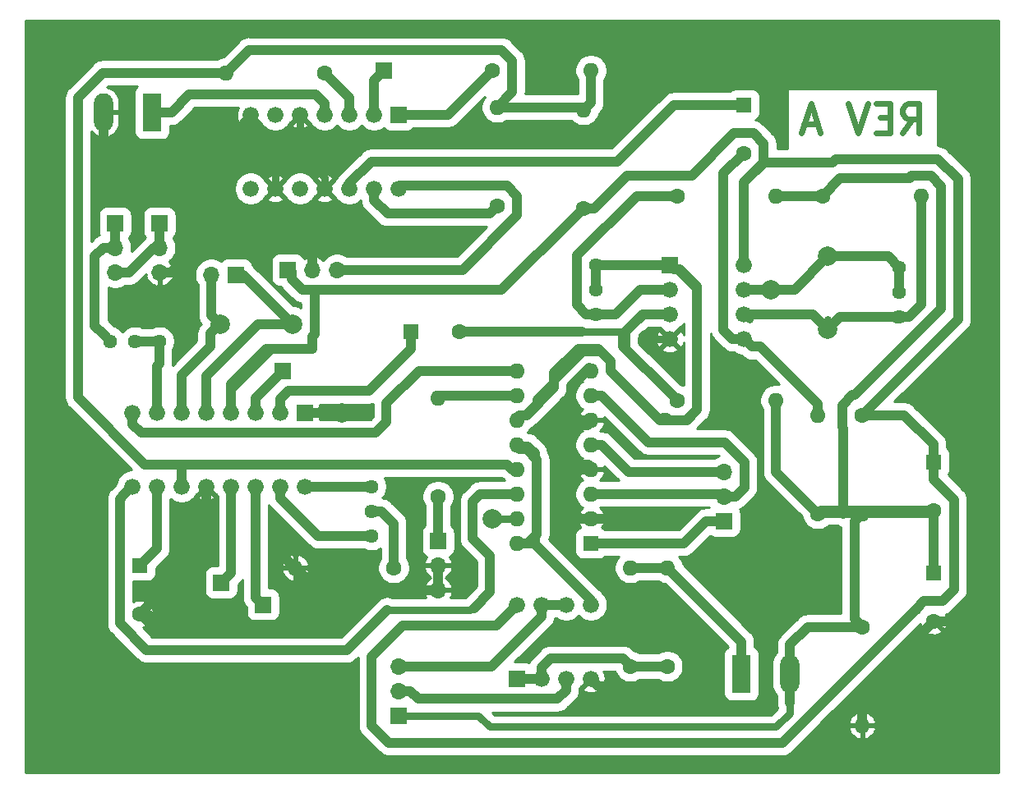
<source format=gbr>
G04 #@! TF.GenerationSoftware,KiCad,Pcbnew,(5.1.5)-3*
G04 #@! TF.CreationDate,2020-03-25T20:54:11+01:00*
G04 #@! TF.ProjectId,FunctiongeneratorMK3Frequency,46756e63-7469-46f6-9e67-656e65726174,rev?*
G04 #@! TF.SameCoordinates,Original*
G04 #@! TF.FileFunction,Copper,L2,Bot*
G04 #@! TF.FilePolarity,Positive*
%FSLAX46Y46*%
G04 Gerber Fmt 4.6, Leading zero omitted, Abs format (unit mm)*
G04 Created by KiCad (PCBNEW (5.1.5)-3) date 2020-03-25 20:54:11*
%MOMM*%
%LPD*%
G04 APERTURE LIST*
%ADD10C,0.600000*%
%ADD11C,1.440000*%
%ADD12R,1.700000X1.700000*%
%ADD13C,1.676400*%
%ADD14R,1.676400X1.676400*%
%ADD15O,1.600000X1.600000*%
%ADD16R,1.600000X1.600000*%
%ADD17C,1.600000*%
%ADD18O,1.700000X1.700000*%
%ADD19O,1.980000X3.960000*%
%ADD20R,1.980000X3.960000*%
%ADD21C,2.000000*%
%ADD22C,1.000000*%
%ADD23C,0.750000*%
%ADD24C,0.254000*%
G04 APERTURE END LIST*
D10*
X210644857Y-68413142D02*
X211644857Y-66984571D01*
X212359142Y-68413142D02*
X212359142Y-65413142D01*
X211216285Y-65413142D01*
X210930571Y-65556000D01*
X210787714Y-65698857D01*
X210644857Y-65984571D01*
X210644857Y-66413142D01*
X210787714Y-66698857D01*
X210930571Y-66841714D01*
X211216285Y-66984571D01*
X212359142Y-66984571D01*
X209359142Y-66841714D02*
X208359142Y-66841714D01*
X207930571Y-68413142D02*
X209359142Y-68413142D01*
X209359142Y-65413142D01*
X207930571Y-65413142D01*
X207073428Y-65413142D02*
X206073428Y-68413142D01*
X205073428Y-65413142D01*
X201930571Y-67556000D02*
X200502000Y-67556000D01*
X202216285Y-68413142D02*
X201216285Y-65413142D01*
X200216285Y-68413142D01*
D11*
X134112000Y-89916000D03*
X131572000Y-89916000D03*
X129032000Y-89916000D03*
D12*
X146812000Y-92964000D03*
X144780000Y-117094000D03*
X140462000Y-114808000D03*
D13*
X170942000Y-117094000D03*
X173482000Y-117094000D03*
X176022000Y-117094000D03*
X178562000Y-117094000D03*
X178562000Y-124714000D03*
X176022000Y-124714000D03*
X173482000Y-124714000D03*
D14*
X170942000Y-124714000D03*
D13*
X194310000Y-82042000D03*
X194310000Y-84582000D03*
X194310000Y-87122000D03*
X194310000Y-89662000D03*
X186690000Y-89662000D03*
X186690000Y-87122000D03*
X186690000Y-84582000D03*
D14*
X186690000Y-82042000D03*
D13*
X158750000Y-74168000D03*
X156210000Y-74168000D03*
X153670000Y-74168000D03*
X151130000Y-74168000D03*
X148590000Y-74168000D03*
X146050000Y-74168000D03*
X143510000Y-74168000D03*
X143510000Y-66548000D03*
X146050000Y-66548000D03*
X148590000Y-66548000D03*
X151130000Y-66548000D03*
X153670000Y-66548000D03*
X156210000Y-66548000D03*
D14*
X158750000Y-66548000D03*
D13*
X149098000Y-104902000D03*
X146558000Y-104902000D03*
X144018000Y-104902000D03*
X141478000Y-104902000D03*
X138938000Y-104902000D03*
X136398000Y-104902000D03*
X133858000Y-104902000D03*
X131318000Y-104902000D03*
X131318000Y-97282000D03*
X133858000Y-97282000D03*
X136398000Y-97282000D03*
X138938000Y-97282000D03*
X141478000Y-97282000D03*
X144018000Y-97282000D03*
X146558000Y-97282000D03*
D14*
X149098000Y-97282000D03*
D15*
X170942000Y-110744000D03*
X178562000Y-92964000D03*
X170942000Y-108204000D03*
X178562000Y-95504000D03*
X170942000Y-105664000D03*
X178562000Y-98044000D03*
X170942000Y-103124000D03*
X178562000Y-100584000D03*
X170942000Y-100584000D03*
X178562000Y-103124000D03*
X170942000Y-98044000D03*
X178562000Y-105664000D03*
X170942000Y-95504000D03*
X178562000Y-108204000D03*
X170942000Y-92964000D03*
D16*
X178562000Y-110744000D03*
D11*
X210312000Y-82296000D03*
X210312000Y-84836000D03*
X210312000Y-87376000D03*
X179070000Y-87122000D03*
X179070000Y-84582000D03*
X179070000Y-82042000D03*
X155956000Y-109982000D03*
X155956000Y-107442000D03*
X155956000Y-104902000D03*
D15*
X212598000Y-74930000D03*
D17*
X202438000Y-74930000D03*
D15*
X197612000Y-74930000D03*
D17*
X187452000Y-74930000D03*
D15*
X201930000Y-97536000D03*
D17*
X201930000Y-107696000D03*
D15*
X197612000Y-96012000D03*
D17*
X187452000Y-96012000D03*
D15*
X206502000Y-129540000D03*
D17*
X206502000Y-119380000D03*
D15*
X206502000Y-107696000D03*
D17*
X206502000Y-97536000D03*
D15*
X182626000Y-113284000D03*
D17*
X182626000Y-123444000D03*
D15*
X186436000Y-113284000D03*
D17*
X186436000Y-123444000D03*
D15*
X162814000Y-95758000D03*
D17*
X162814000Y-105918000D03*
D15*
X168910000Y-65786000D03*
D17*
X168910000Y-75946000D03*
D15*
X177800000Y-66040000D03*
D17*
X177800000Y-76200000D03*
D15*
X140970000Y-62230000D03*
D17*
X151130000Y-62230000D03*
D15*
X178562000Y-61976000D03*
D17*
X168402000Y-61976000D03*
D15*
X148082000Y-113284000D03*
D17*
X158242000Y-113284000D03*
D18*
X158750000Y-123444000D03*
X158750000Y-125984000D03*
D12*
X158750000Y-128524000D03*
D19*
X199056000Y-124206000D03*
D20*
X194056000Y-124206000D03*
D18*
X134112000Y-82804000D03*
X134112000Y-80264000D03*
D12*
X134112000Y-77724000D03*
D18*
X129540000Y-82804000D03*
X129540000Y-80264000D03*
D12*
X129540000Y-77724000D03*
D18*
X162814000Y-115570000D03*
X162814000Y-113030000D03*
D12*
X162814000Y-110490000D03*
D18*
X192278000Y-103378000D03*
X192278000Y-105918000D03*
D12*
X192278000Y-108458000D03*
D19*
X128350000Y-66294000D03*
D20*
X133350000Y-66294000D03*
D12*
X157226000Y-61976000D03*
D18*
X152400000Y-82550000D03*
X149860000Y-82550000D03*
D12*
X147320000Y-82550000D03*
D18*
X139446000Y-83058000D03*
D12*
X141986000Y-83058000D03*
D21*
X202946000Y-81146000D03*
X202946000Y-88646000D03*
D17*
X213868000Y-118792000D03*
D16*
X213868000Y-113792000D03*
D17*
X213868000Y-107362000D03*
D16*
X213868000Y-102362000D03*
D17*
X165020000Y-88900000D03*
D16*
X160020000Y-88900000D03*
D17*
X194310000Y-70532000D03*
D16*
X194310000Y-65532000D03*
D17*
X132080000Y-118030000D03*
D16*
X132080000Y-113030000D03*
D21*
X140328000Y-88138000D03*
X147828000Y-88138000D03*
X194818000Y-92964000D03*
X184404000Y-89662000D03*
X152908000Y-97282000D03*
X148590000Y-118872000D03*
X192532000Y-92710000D03*
X215392000Y-94488000D03*
X159766000Y-105918000D03*
X148590000Y-125222000D03*
X168402000Y-108204000D03*
X197104000Y-84582000D03*
D22*
X136398000Y-96096607D02*
X136398000Y-97282000D01*
X136398000Y-93403190D02*
X136398000Y-96096607D01*
X139328001Y-90473189D02*
X136398000Y-93403190D01*
X139328001Y-89137999D02*
X139328001Y-90473189D01*
X140328000Y-88138000D02*
X139328001Y-89137999D01*
X139446000Y-87256000D02*
X140328000Y-88138000D01*
X139446000Y-83058000D02*
X139446000Y-87256000D01*
X142748000Y-83058000D02*
X147828000Y-88138000D01*
X141986000Y-83058000D02*
X142748000Y-83058000D01*
X147828000Y-88138000D02*
X144272000Y-88138000D01*
X138938000Y-93472000D02*
X138938000Y-97282000D01*
X144272000Y-88138000D02*
X138938000Y-93472000D01*
D23*
X144526000Y-78994000D02*
X147506081Y-78994000D01*
X143510000Y-66548000D02*
X142671801Y-67386199D01*
X142671801Y-67386199D02*
X142671801Y-70180199D01*
X142671801Y-70180199D02*
X140208000Y-72644000D01*
X140208000Y-72644000D02*
X139954000Y-73660000D01*
X139954000Y-73660000D02*
X140208000Y-74676000D01*
X140208000Y-74676000D02*
X141732000Y-76454000D01*
X141732000Y-76454000D02*
X144526000Y-78994000D01*
X132080000Y-118030000D02*
X133211370Y-118030000D01*
X177038000Y-98044000D02*
X177430630Y-98044000D01*
X176636999Y-97642999D02*
X177038000Y-98044000D01*
X176636999Y-94579999D02*
X176636999Y-97642999D01*
X178252998Y-92964000D02*
X176636999Y-94579999D01*
X178562000Y-92964000D02*
X178252998Y-92964000D01*
X177292000Y-103124000D02*
X177430630Y-103124000D01*
X176636999Y-102468999D02*
X177292000Y-103124000D01*
X176636999Y-99659999D02*
X176636999Y-102468999D01*
X177637999Y-98658999D02*
X176636999Y-99659999D01*
X178201001Y-98658999D02*
X177637999Y-98658999D01*
X178562000Y-98298000D02*
X178201001Y-98658999D01*
X178562000Y-98044000D02*
X178562000Y-98298000D01*
X176636999Y-107410369D02*
X177430630Y-108204000D01*
X177430630Y-103124000D02*
X176636999Y-103917631D01*
X176636999Y-103917631D02*
X176636999Y-107410369D01*
X176636999Y-112263461D02*
X185785538Y-121412000D01*
X176636999Y-107410369D02*
X176636999Y-112263461D01*
X179400199Y-125552199D02*
X178562000Y-124714000D01*
X187176803Y-125552199D02*
X179400199Y-125552199D01*
X188361001Y-124368001D02*
X187176803Y-125552199D01*
X188361001Y-122519999D02*
X188361001Y-124368001D01*
X186690000Y-89662000D02*
X185504607Y-89662000D01*
X185504607Y-89662000D02*
X184404000Y-89662000D01*
X184404000Y-89662000D02*
X184404000Y-89662000D01*
X146558000Y-109982000D02*
X146558000Y-109982000D01*
X142671801Y-70180199D02*
X143165310Y-69686690D01*
X215307334Y-118792000D02*
X214999370Y-118792000D01*
D22*
X143510000Y-66548000D02*
X143510000Y-68834000D01*
X138938000Y-73406000D02*
X138938000Y-73660000D01*
D23*
X138938000Y-73660000D02*
X139954000Y-73660000D01*
D22*
X132842000Y-73660000D02*
X129032000Y-69850000D01*
X138938000Y-73660000D02*
X132842000Y-73660000D01*
X128350000Y-69274000D02*
X128350000Y-66294000D01*
X128926000Y-69850000D02*
X128350000Y-69274000D01*
X129032000Y-69850000D02*
X128926000Y-69850000D01*
X141664081Y-76454000D02*
X141732000Y-76454000D01*
X135314081Y-82804000D02*
X141664081Y-76454000D01*
X134112000Y-82804000D02*
X135314081Y-82804000D01*
X139192000Y-73660000D02*
X144526000Y-78994000D01*
X138938000Y-73660000D02*
X139192000Y-73660000D01*
D23*
X149098000Y-80518000D02*
X149860000Y-81347919D01*
X147506081Y-78994000D02*
X149098000Y-80518000D01*
D22*
X147574000Y-78994000D02*
X149098000Y-80518000D01*
X144526000Y-78994000D02*
X147574000Y-78994000D01*
X147828000Y-79315919D02*
X147828000Y-79248000D01*
X147574000Y-78994000D02*
X147828000Y-79248000D01*
X149860000Y-82550000D02*
X149860000Y-81347919D01*
X142875000Y-69469000D02*
X138938000Y-73406000D01*
X143510000Y-68834000D02*
X142875000Y-69469000D01*
X193858001Y-59379999D02*
X215998001Y-59379999D01*
X215998001Y-59379999D02*
X217678000Y-61059998D01*
X206502000Y-129540000D02*
X206502000Y-126158000D01*
X213068001Y-119591999D02*
X213868000Y-118792000D01*
X206502000Y-126158000D02*
X213068001Y-119591999D01*
X179342001Y-125494001D02*
X187420001Y-125494001D01*
X178562000Y-124714000D02*
X179342001Y-125494001D01*
X187420001Y-125494001D02*
X188486001Y-124428001D01*
X188486001Y-124428001D02*
X188486001Y-122459999D01*
X185785538Y-121364128D02*
X176660935Y-112239525D01*
X185785538Y-121412000D02*
X185785538Y-121364128D01*
X176511999Y-108943999D02*
X176511999Y-112090589D01*
X178562000Y-108204000D02*
X177251998Y-108204000D01*
X177251998Y-108204000D02*
X176511999Y-108943999D01*
X177430630Y-103124000D02*
X178562000Y-103124000D01*
X176511999Y-104042631D02*
X177430630Y-103124000D01*
X176511999Y-107285369D02*
X176511999Y-104042631D01*
X177430630Y-108204000D02*
X176511999Y-107285369D01*
X178562000Y-108204000D02*
X177430630Y-108204000D01*
X177430630Y-98044000D02*
X178562000Y-98044000D01*
X176511999Y-98962631D02*
X177430630Y-98044000D01*
X176511999Y-101568001D02*
X176511999Y-98962631D01*
X177577999Y-102634001D02*
X176511999Y-101568001D01*
X178326001Y-102634001D02*
X177577999Y-102634001D01*
X178562000Y-102870000D02*
X178326001Y-102634001D01*
X178562000Y-103124000D02*
X178562000Y-102870000D01*
X176511999Y-97125369D02*
X176511999Y-94564611D01*
X177430630Y-98044000D02*
X176511999Y-97125369D01*
X178413000Y-92663610D02*
X176511999Y-94564611D01*
X178562000Y-92964000D02*
X178562000Y-92812610D01*
X178562000Y-92812610D02*
X178413000Y-92663610D01*
X138938000Y-111172000D02*
X132080000Y-118030000D01*
X138938000Y-104902000D02*
X138938000Y-111172000D01*
X146558000Y-111760000D02*
X148082000Y-113284000D01*
X146558000Y-109982000D02*
X146558000Y-111760000D01*
X133244001Y-119194001D02*
X132879999Y-118829999D01*
X146743999Y-119194001D02*
X133244001Y-119194001D01*
X148881999Y-117056001D02*
X146743999Y-119194001D01*
X148881999Y-114083999D02*
X148881999Y-117056001D01*
X132879999Y-118829999D02*
X132080000Y-118030000D01*
X148082000Y-113284000D02*
X148881999Y-114083999D01*
X150368000Y-115570000D02*
X162814000Y-115570000D01*
X148082000Y-113284000D02*
X150368000Y-115570000D01*
X162814000Y-113030000D02*
X162814000Y-115570000D01*
X215218000Y-118792000D02*
X214999370Y-118792000D01*
X218148021Y-115861979D02*
X215218000Y-118792000D01*
X218148021Y-61530019D02*
X218148021Y-115861979D01*
X214999370Y-118792000D02*
X213868000Y-118792000D01*
X217678000Y-61059998D02*
X218148021Y-61530019D01*
X187494003Y-59379999D02*
X193858001Y-59379999D01*
X177405002Y-69469000D02*
X187494003Y-59379999D01*
X142875000Y-69469000D02*
X177405002Y-69469000D01*
X149098000Y-97282000D02*
X152908000Y-97282000D01*
X178562000Y-108204000D02*
X182880000Y-108204000D01*
X182880000Y-108204000D02*
X182880000Y-108204000D01*
X148556041Y-80043959D02*
X148810041Y-80043959D01*
X148556041Y-80043959D02*
X147828000Y-79315919D01*
X149860000Y-81347919D02*
X148556041Y-80043959D01*
X148810041Y-80043959D02*
X150114000Y-78740000D01*
X150114000Y-78740000D02*
X150114000Y-78740000D01*
X185803539Y-121393999D02*
X185785538Y-121412000D01*
X187420001Y-121393999D02*
X185803539Y-121393999D01*
X188486001Y-122459999D02*
X187420001Y-121393999D01*
D23*
X148590000Y-67733393D02*
X148590000Y-66548000D01*
X148590000Y-70442607D02*
X148590000Y-67733393D01*
X151130000Y-72982607D02*
X148590000Y-70442607D01*
X151130000Y-74168000D02*
X151130000Y-72982607D01*
X146050000Y-69453538D02*
X143510000Y-66913538D01*
X143510000Y-66913538D02*
X143510000Y-66548000D01*
X146050000Y-74168000D02*
X146050000Y-69453538D01*
X147039069Y-70442607D02*
X146050000Y-69453538D01*
X148590000Y-70442607D02*
X147039069Y-70442607D01*
D22*
X133858000Y-111252000D02*
X133858000Y-104902000D01*
X132080000Y-113030000D02*
X133858000Y-111252000D01*
D23*
X194030400Y-89662000D02*
X194310000Y-89662000D01*
D22*
X193124607Y-89662000D02*
X194310000Y-89662000D01*
X192221799Y-88759192D02*
X193124607Y-89662000D01*
X192221799Y-72620201D02*
X192221799Y-88759192D01*
X194310000Y-70532000D02*
X192221799Y-72620201D01*
X201930000Y-96404630D02*
X201930000Y-97536000D01*
X196025569Y-90500199D02*
X201930000Y-96404630D01*
X195148199Y-90500199D02*
X196025569Y-90500199D01*
X194310000Y-89662000D02*
X195148199Y-90500199D01*
D23*
X194310000Y-65532000D02*
X192384700Y-65532000D01*
X153670000Y-73888400D02*
X153670000Y-74168000D01*
D22*
X194310000Y-65532000D02*
X192510000Y-65532000D01*
X153670000Y-74168000D02*
X153670000Y-73617462D01*
X155913462Y-71374000D02*
X181282483Y-71374000D01*
X153670000Y-73617462D02*
X155913462Y-71374000D01*
X187124483Y-65532000D02*
X194310000Y-65532000D01*
X181282483Y-71374000D02*
X187124483Y-65532000D01*
D23*
X182226700Y-88976600D02*
X184081300Y-87122000D01*
X184081300Y-87122000D02*
X186690000Y-87122000D01*
X187452000Y-96012000D02*
X182226700Y-90786700D01*
X182226700Y-90786700D02*
X182226700Y-88976600D01*
X165020000Y-88900000D02*
X165096600Y-88976600D01*
X165096600Y-88976600D02*
X182226700Y-88976600D01*
D22*
X186652001Y-95212001D02*
X187452000Y-96012000D01*
X181864000Y-90424000D02*
X186652001Y-95212001D01*
X181864000Y-89167998D02*
X181864000Y-90424000D01*
X183909998Y-87122000D02*
X181864000Y-89167998D01*
X186690000Y-87122000D02*
X183909998Y-87122000D01*
X176567123Y-88927990D02*
X177622600Y-88927990D01*
X165020000Y-88900000D02*
X176539133Y-88900000D01*
X176539133Y-88900000D02*
X176567123Y-88927990D01*
X160020000Y-90700000D02*
X160020000Y-88900000D01*
X155655999Y-95064001D02*
X160020000Y-90700000D01*
X147389597Y-95064001D02*
X155655999Y-95064001D01*
X146558000Y-95895598D02*
X147389597Y-95064001D01*
X146558000Y-97282000D02*
X146558000Y-95895598D01*
D23*
X204573200Y-107696000D02*
X201930000Y-107696000D01*
X206502000Y-107696000D02*
X204573200Y-107696000D01*
X204573200Y-107696000D02*
X204573200Y-96671700D01*
X204375900Y-72992100D02*
X202438000Y-74930000D01*
X213868000Y-107362000D02*
X213868000Y-107696000D01*
X207464700Y-107696000D02*
X206502000Y-107696000D01*
X207464700Y-107696000D02*
X208427300Y-107696000D01*
X213868000Y-107696000D02*
X213868000Y-113792000D01*
X213868000Y-107696000D02*
X208427300Y-107696000D01*
X202574000Y-119380000D02*
X206502000Y-119380000D01*
X199056000Y-124540000D02*
X199056000Y-121158000D01*
D22*
X213868000Y-113792000D02*
X213868000Y-107362000D01*
X202264000Y-107362000D02*
X201930000Y-107696000D01*
X213868000Y-107362000D02*
X202264000Y-107362000D01*
X205702001Y-118580001D02*
X206502000Y-119380000D01*
X205702001Y-108495999D02*
X205702001Y-118580001D01*
X206502000Y-107696000D02*
X205702001Y-108495999D01*
X199056000Y-121226000D02*
X199056000Y-124206000D01*
X200902000Y-119380000D02*
X199056000Y-121226000D01*
X206502000Y-119380000D02*
X200902000Y-119380000D01*
X197612000Y-74930000D02*
X202438000Y-74930000D01*
X202438000Y-74930000D02*
X204250900Y-73117100D01*
X204573200Y-98909200D02*
X204451999Y-98787999D01*
X204573200Y-107696000D02*
X204573200Y-98909200D01*
X204451999Y-98787999D02*
X204451999Y-96551999D01*
X197612000Y-103378000D02*
X201930000Y-107696000D01*
X197612000Y-96012000D02*
X197612000Y-103378000D01*
X158778211Y-128552211D02*
X158750000Y-128524000D01*
X199056000Y-124206000D02*
X199056000Y-127186000D01*
X205517999Y-95485999D02*
X204451999Y-96551999D01*
X205695120Y-95485999D02*
X205517999Y-95485999D01*
X214648001Y-73945999D02*
X214648001Y-86533118D01*
X211613999Y-72879999D02*
X213582001Y-72879999D01*
X213582001Y-72879999D02*
X214648001Y-73945999D01*
X211376898Y-73117100D02*
X211613999Y-72879999D01*
X214648001Y-86533118D02*
X205695120Y-95485999D01*
X204250900Y-73117100D02*
X211376898Y-73117100D01*
D23*
X166979010Y-128524000D02*
X158750000Y-128524000D01*
X168148000Y-129692990D02*
X166979010Y-128524000D01*
X197634898Y-129692990D02*
X168148000Y-129692990D01*
X199056000Y-127186000D02*
X199056000Y-128271888D01*
X199056000Y-128271888D02*
X197634898Y-129692990D01*
X148260300Y-90716100D02*
X145729600Y-90716100D01*
X145729600Y-90716100D02*
X141478000Y-94967700D01*
X141478000Y-94967700D02*
X141478000Y-97282000D01*
X196277100Y-71456900D02*
X194310000Y-73424000D01*
X194310000Y-73424000D02*
X194310000Y-82042000D01*
X196277100Y-69762700D02*
X196277100Y-71456900D01*
X213868000Y-102362000D02*
X213868000Y-100436700D01*
X159277400Y-119106600D02*
X155956000Y-122428000D01*
X170942000Y-117094000D02*
X168929400Y-119106600D01*
X168929400Y-119106600D02*
X159277400Y-119106600D01*
D22*
X213868000Y-104162000D02*
X215979300Y-106273300D01*
X213868000Y-102362000D02*
X213868000Y-104162000D01*
X212883999Y-116741999D02*
X212056999Y-117568999D01*
X214793115Y-116741999D02*
X212883999Y-116741999D01*
X215979300Y-106273300D02*
X215979300Y-115555814D01*
X215979300Y-115555814D02*
X214793115Y-116741999D01*
X212056999Y-117568999D02*
X212056999Y-117635001D01*
X159152890Y-119231110D02*
X159277400Y-119231110D01*
X155956000Y-122428000D02*
X159152890Y-119231110D01*
X168804890Y-119231110D02*
X170942000Y-117094000D01*
X159152890Y-119231110D02*
X168804890Y-119231110D01*
X141478000Y-94347998D02*
X145147998Y-90678000D01*
X141478000Y-97282000D02*
X141478000Y-94347998D01*
X145147998Y-90678000D02*
X149860000Y-90678000D01*
X177000001Y-76999999D02*
X177800000Y-76200000D01*
X169349999Y-84650001D02*
X177000001Y-76999999D01*
X147759999Y-83558001D02*
X148851999Y-84650001D01*
X147759999Y-82735999D02*
X147759999Y-83558001D01*
X147574000Y-82550000D02*
X147759999Y-82735999D01*
X147320000Y-82550000D02*
X147574000Y-82550000D01*
X196360001Y-69547999D02*
X196360001Y-71516001D01*
X182319660Y-72811710D02*
X188996288Y-72811710D01*
X194310000Y-73566002D02*
X194310000Y-80856607D01*
X178931370Y-76200000D02*
X182319660Y-72811710D01*
X194310000Y-80856607D02*
X194310000Y-82042000D01*
X196360001Y-71516001D02*
X194310000Y-73566002D01*
X177800000Y-76200000D02*
X178931370Y-76200000D01*
X194310000Y-82042000D02*
X194310000Y-73566002D01*
X194310000Y-73566002D02*
X196508912Y-71367090D01*
X213868000Y-100562000D02*
X213868000Y-102362000D01*
X210842000Y-97536000D02*
X213868000Y-100562000D01*
X206502000Y-97536000D02*
X210842000Y-97536000D01*
X198307998Y-131318000D02*
X212056999Y-117568999D01*
X155956000Y-122428000D02*
X155956000Y-129540000D01*
X157734000Y-131318000D02*
X198307998Y-131318000D01*
X155956000Y-129540000D02*
X157734000Y-131318000D01*
X207301999Y-96736001D02*
X206502000Y-97536000D01*
X216398011Y-73221122D02*
X216398011Y-87639989D01*
X214306878Y-71129989D02*
X216398011Y-73221122D01*
X203763124Y-71129989D02*
X214306878Y-71129989D01*
X216398011Y-87639989D02*
X207301999Y-96736001D01*
X203436213Y-71456900D02*
X203763124Y-71129989D01*
X196277100Y-71456900D02*
X203436213Y-71456900D01*
X150078001Y-84936003D02*
X149791999Y-84650001D01*
X150078001Y-89218001D02*
X150078001Y-84936003D01*
X149860000Y-90678000D02*
X149860000Y-89436002D01*
X149860000Y-89436002D02*
X150078001Y-89218001D01*
X149791999Y-84650001D02*
X169349999Y-84650001D01*
X148851999Y-84650001D02*
X149791999Y-84650001D01*
X195294001Y-68481999D02*
X196360001Y-69547999D01*
X193325999Y-68481999D02*
X195294001Y-68481999D01*
X188996288Y-72811710D02*
X193325999Y-68481999D01*
D23*
X194310000Y-84582000D02*
X197104000Y-84582000D01*
X170942000Y-108204000D02*
X168402000Y-108204000D01*
D22*
X199510000Y-84582000D02*
X202946000Y-81146000D01*
X194310000Y-84582000D02*
X199510000Y-84582000D01*
X209162000Y-81146000D02*
X210312000Y-82296000D01*
X202946000Y-81146000D02*
X209162000Y-81146000D01*
X210312000Y-82296000D02*
X210312000Y-84836000D01*
D23*
X194886400Y-87698400D02*
X194310000Y-87122000D01*
X210312000Y-87376000D02*
X209989600Y-87698400D01*
X202946000Y-88646000D02*
X202946000Y-87698400D01*
D22*
X201422000Y-87122000D02*
X202946000Y-88646000D01*
X194310000Y-87122000D02*
X201422000Y-87122000D01*
X204216000Y-87376000D02*
X202946000Y-88646000D01*
X210312000Y-87376000D02*
X204216000Y-87376000D01*
X211330233Y-87376000D02*
X210312000Y-87376000D01*
X212598000Y-86108233D02*
X211330233Y-87376000D01*
X212598000Y-74930000D02*
X212598000Y-86108233D01*
X141478000Y-113792000D02*
X140462000Y-114808000D01*
X141478000Y-104902000D02*
X141478000Y-113792000D01*
X156210000Y-62992000D02*
X156210000Y-66548000D01*
X157226000Y-61976000D02*
X156210000Y-62992000D01*
X137174201Y-64459799D02*
X150227192Y-64459799D01*
X135340000Y-66294000D02*
X137174201Y-64459799D01*
X151130000Y-65362607D02*
X151130000Y-66548000D01*
X150227192Y-64459799D02*
X151130000Y-65362607D01*
X133350000Y-66294000D02*
X135340000Y-66294000D01*
X191075919Y-103378000D02*
X192278000Y-103378000D01*
X182487370Y-103378000D02*
X191075919Y-103378000D01*
X179693370Y-100584000D02*
X182487370Y-103378000D01*
X178562000Y-100584000D02*
X179693370Y-100584000D01*
X179693370Y-95504000D02*
X184519370Y-100330000D01*
X193480081Y-105918000D02*
X192278000Y-105918000D01*
X194378001Y-105020080D02*
X193480081Y-105918000D01*
X194378001Y-102369999D02*
X194378001Y-105020080D01*
X192338002Y-100330000D02*
X194378001Y-102369999D01*
X184519370Y-100330000D02*
X192338002Y-100330000D01*
X192024000Y-105664000D02*
X192278000Y-105918000D01*
X178562000Y-105664000D02*
X192024000Y-105664000D01*
X179693370Y-95504000D02*
X178562000Y-95504000D01*
X180362000Y-110744000D02*
X178562000Y-110744000D01*
X190428000Y-108458000D02*
X188142000Y-110744000D01*
X188142000Y-110744000D02*
X180362000Y-110744000D01*
X192278000Y-108458000D02*
X190428000Y-108458000D01*
X162814000Y-105918000D02*
X162814000Y-110490000D01*
X134112000Y-77724000D02*
X134112000Y-80264000D01*
X130742081Y-82804000D02*
X129540000Y-82804000D01*
X131003998Y-82804000D02*
X130742081Y-82804000D01*
X133543998Y-80264000D02*
X131003998Y-82804000D01*
X134112000Y-80264000D02*
X133543998Y-80264000D01*
X129540000Y-77724000D02*
X129540000Y-80264000D01*
X128312001Y-89196001D02*
X129032000Y-89916000D01*
X127439999Y-88323999D02*
X128312001Y-89196001D01*
X127439999Y-81161920D02*
X127439999Y-88323999D01*
X128337919Y-80264000D02*
X127439999Y-81161920D01*
X129540000Y-80264000D02*
X128337919Y-80264000D01*
D23*
X194056000Y-120904000D02*
X194056000Y-121158000D01*
D22*
X194056000Y-120904000D02*
X186436000Y-113284000D01*
X194056000Y-124206000D02*
X194056000Y-120904000D01*
X186436000Y-113284000D02*
X182626000Y-113284000D01*
X173482000Y-118279393D02*
X173482000Y-117094000D01*
X168317393Y-123444000D02*
X173482000Y-118279393D01*
X158750000Y-123444000D02*
X168317393Y-123444000D01*
X173482000Y-117094000D02*
X176022000Y-117094000D01*
X175119192Y-126802201D02*
X160770282Y-126802201D01*
X159952081Y-125984000D02*
X158750000Y-125984000D01*
X160770282Y-126802201D02*
X159952081Y-125984000D01*
X176022000Y-125899393D02*
X175119192Y-126802201D01*
X176022000Y-124714000D02*
X176022000Y-125899393D01*
X158242000Y-112152630D02*
X158242000Y-113284000D01*
X158242000Y-108709767D02*
X158242000Y-112152630D01*
X156974233Y-107442000D02*
X158242000Y-108709767D01*
X155956000Y-107442000D02*
X156974233Y-107442000D01*
X163830000Y-66548000D02*
X168402000Y-61976000D01*
X158750000Y-66548000D02*
X163830000Y-66548000D01*
X153670000Y-64770000D02*
X153670000Y-66548000D01*
X151130000Y-62230000D02*
X153670000Y-64770000D01*
D23*
X168910000Y-75946000D02*
X168724400Y-76131600D01*
X156210000Y-74422800D02*
X156210000Y-74168000D01*
D22*
X168110001Y-76745999D02*
X168910000Y-75946000D01*
X157602606Y-76745999D02*
X168110001Y-76745999D01*
X156210000Y-75353393D02*
X157602606Y-76745999D01*
X156210000Y-74168000D02*
X156210000Y-75353393D01*
X163068000Y-95504000D02*
X162814000Y-95758000D01*
X170942000Y-95504000D02*
X163068000Y-95504000D01*
X170942000Y-124714000D02*
X173482000Y-124714000D01*
X181807799Y-122625799D02*
X181826001Y-122644001D01*
X181826001Y-122644001D02*
X182626000Y-123444000D01*
X174384808Y-122625799D02*
X181807799Y-122625799D01*
X173482000Y-123528607D02*
X174384808Y-122625799D01*
X173482000Y-124714000D02*
X173482000Y-123528607D01*
X182626000Y-123444000D02*
X186436000Y-123444000D01*
D23*
X181103500Y-87122000D02*
X179070000Y-87122000D01*
D22*
X186690000Y-84582000D02*
X183642000Y-84582000D01*
D23*
X181356000Y-86868000D02*
X181103500Y-87122000D01*
D22*
X181102000Y-87122000D02*
X179070000Y-87122000D01*
X181991000Y-86233000D02*
X181102000Y-87122000D01*
X181991000Y-86233000D02*
X181356000Y-86868000D01*
X183642000Y-84582000D02*
X181991000Y-86233000D01*
X186320630Y-74930000D02*
X187452000Y-74930000D01*
X183266398Y-74930000D02*
X186320630Y-74930000D01*
X177099999Y-81096399D02*
X183266398Y-74930000D01*
X177099999Y-86170232D02*
X177099999Y-81096399D01*
X178051767Y-87122000D02*
X177099999Y-86170232D01*
X179070000Y-87122000D02*
X178051767Y-87122000D01*
X150452607Y-109982000D02*
X154937767Y-109982000D01*
X154937767Y-109982000D02*
X155956000Y-109982000D01*
X146558000Y-106087393D02*
X150452607Y-109982000D01*
X146558000Y-104902000D02*
X146558000Y-106087393D01*
X149098000Y-104902000D02*
X155956000Y-104902000D01*
D23*
X186690000Y-82042000D02*
X186976000Y-82042000D01*
X186976000Y-82042000D02*
X189424200Y-84490200D01*
X189424200Y-84490200D02*
X189424200Y-96846800D01*
X189424200Y-96846800D02*
X188301400Y-97969600D01*
X188301400Y-97969600D02*
X186309100Y-97969600D01*
X179378100Y-91038600D02*
X177739900Y-91038600D01*
X177739900Y-91038600D02*
X172867300Y-95911200D01*
X172867300Y-95911200D02*
X172867300Y-96304100D01*
X172867300Y-96304100D02*
X171127400Y-98044000D01*
X171127400Y-98044000D02*
X170942000Y-98044000D01*
D22*
X185982600Y-97844600D02*
X186309100Y-97844600D01*
X174761989Y-93208011D02*
X177292000Y-90678000D01*
X170942000Y-98044000D02*
X170942000Y-97790000D01*
X174761989Y-94718013D02*
X174761989Y-93208011D01*
X171177999Y-97554001D02*
X171926001Y-97554001D01*
X177292000Y-90678000D02*
X179310002Y-90678000D01*
X170942000Y-97790000D02*
X171177999Y-97554001D01*
X171926001Y-97554001D02*
X174761989Y-94718013D01*
X179070000Y-84582000D02*
X179070000Y-82042000D01*
X179070000Y-82042000D02*
X186690000Y-82042000D01*
X187692337Y-82493799D02*
X189502001Y-84303463D01*
X189502001Y-96996001D02*
X188653402Y-97844600D01*
X186690000Y-82042000D02*
X187141799Y-82493799D01*
X189502001Y-84303463D02*
X189502001Y-96996001D01*
X187141799Y-82493799D02*
X187692337Y-82493799D01*
X185692001Y-98062001D02*
X180612001Y-92982001D01*
X188436001Y-98062001D02*
X185692001Y-98062001D01*
X180612001Y-91979999D02*
X179310002Y-90678000D01*
X180612001Y-92982001D02*
X180612001Y-91979999D01*
X189502001Y-96996001D02*
X188436001Y-98062001D01*
D23*
X178562000Y-116438700D02*
X178562000Y-117094000D01*
X172867300Y-110744000D02*
X178562000Y-116438700D01*
X171529600Y-110744000D02*
X170942000Y-110744000D01*
X171529600Y-110744000D02*
X172867300Y-110744000D01*
X172073370Y-100584000D02*
X170942000Y-100584000D01*
X172867300Y-110744000D02*
X172867300Y-101377930D01*
X172867300Y-101377930D02*
X172073370Y-100584000D01*
D22*
X178562000Y-116615476D02*
X172690524Y-110744000D01*
X172690524Y-110744000D02*
X172073370Y-110744000D01*
X178562000Y-117094000D02*
X178562000Y-116615476D01*
X172992001Y-109825369D02*
X172073370Y-110744000D01*
X172992001Y-102139999D02*
X172992001Y-109825369D01*
X171926001Y-101073999D02*
X172992001Y-102139999D01*
X171177999Y-101073999D02*
X171926001Y-101073999D01*
X170942000Y-100838000D02*
X171177999Y-101073999D01*
X172073370Y-110744000D02*
X170942000Y-110744000D01*
X170942000Y-100584000D02*
X170942000Y-100838000D01*
D23*
X130139100Y-106080900D02*
X131318000Y-104902000D01*
X166111900Y-117606100D02*
X157546900Y-117606100D01*
X170942000Y-105664000D02*
X168092998Y-105664000D01*
X168041001Y-115676999D02*
X166111900Y-117606100D01*
X130139100Y-118837300D02*
X130139100Y-106080900D01*
D22*
X170942000Y-105664000D02*
X167125464Y-105664000D01*
X168166001Y-112077445D02*
X168166001Y-115805999D01*
X168166001Y-115805999D02*
X166490900Y-117481100D01*
X166351999Y-110263443D02*
X168166001Y-112077445D01*
X166351999Y-106437465D02*
X166351999Y-110263443D01*
X167125464Y-105664000D02*
X166351999Y-106437465D01*
X130479801Y-105740199D02*
X131318000Y-104902000D01*
X130029999Y-106190001D02*
X130479801Y-105740199D01*
X130029999Y-119014001D02*
X130029999Y-106190001D01*
X132783008Y-121767010D02*
X130029999Y-119014001D01*
X153385990Y-121767010D02*
X132783008Y-121767010D01*
X157546900Y-117606100D02*
X153385990Y-121767010D01*
X165340002Y-82550000D02*
X153602081Y-82550000D01*
X170960001Y-76930001D02*
X165340002Y-82550000D01*
X170960001Y-74961999D02*
X170960001Y-76930001D01*
X169894001Y-73895999D02*
X170960001Y-74961999D01*
X159022001Y-73895999D02*
X169894001Y-73895999D01*
X153602081Y-82550000D02*
X152400000Y-82550000D01*
X158750000Y-74168000D02*
X159022001Y-73895999D01*
X144018000Y-116332000D02*
X144780000Y-117094000D01*
X144018000Y-104902000D02*
X144018000Y-116332000D01*
X144018000Y-95758000D02*
X146812000Y-92964000D01*
X144018000Y-97282000D02*
X144018000Y-95758000D01*
X177546000Y-65786000D02*
X177800000Y-66040000D01*
X168910000Y-65786000D02*
X177546000Y-65786000D01*
X170447998Y-103124000D02*
X170942000Y-103124000D01*
X169939998Y-102616000D02*
X170447998Y-103124000D01*
X136398000Y-104902000D02*
X136398000Y-103716607D01*
X136398000Y-103716607D02*
X136398000Y-102616000D01*
X136398000Y-102616000D02*
X169939998Y-102616000D01*
X178562000Y-65278000D02*
X177800000Y-66040000D01*
X178562000Y-61976000D02*
X178562000Y-65278000D01*
X141769999Y-61430001D02*
X140970000Y-62230000D01*
X143324001Y-59875999D02*
X141769999Y-61430001D01*
X169336001Y-59875999D02*
X143324001Y-59875999D01*
X170452001Y-64243999D02*
X170452001Y-60991999D01*
X170452001Y-60991999D02*
X169336001Y-59875999D01*
X168910000Y-65786000D02*
X170452001Y-64243999D01*
X125689989Y-95717989D02*
X132588000Y-102616000D01*
X125689989Y-64796159D02*
X125689989Y-95717989D01*
X128256148Y-62230000D02*
X125689989Y-64796159D01*
X132588000Y-102616000D02*
X136398000Y-102616000D01*
X140970000Y-62230000D02*
X128256148Y-62230000D01*
X131318000Y-98467393D02*
X131318000Y-97282000D01*
X132220808Y-99370201D02*
X131318000Y-98467393D01*
X156393801Y-99370201D02*
X132220808Y-99370201D01*
X157498001Y-98266001D02*
X156393801Y-99370201D01*
X157498001Y-96297999D02*
X157498001Y-98266001D01*
X160832000Y-92964000D02*
X157498001Y-96297999D01*
X170942000Y-92964000D02*
X160832000Y-92964000D01*
X133858000Y-92456000D02*
X133858000Y-97282000D01*
X134112000Y-92202000D02*
X134112000Y-89916000D01*
X133858000Y-92456000D02*
X134112000Y-92202000D01*
X134112000Y-89916000D02*
X131572000Y-89916000D01*
D24*
G36*
X220549001Y-134443000D02*
G01*
X120319000Y-134443000D01*
X120319000Y-64796159D01*
X124306327Y-64796159D01*
X124312989Y-64863799D01*
X124312990Y-95650339D01*
X124306327Y-95717989D01*
X124332914Y-95987928D01*
X124411652Y-96247493D01*
X124496557Y-96406338D01*
X124539517Y-96486710D01*
X124711593Y-96696386D01*
X124764135Y-96739506D01*
X131211428Y-103186800D01*
X131149068Y-103186800D01*
X130817695Y-103252714D01*
X130505548Y-103382010D01*
X130224624Y-103569717D01*
X129985717Y-103808624D01*
X129798010Y-104089548D01*
X129668714Y-104401695D01*
X129618502Y-104654127D01*
X129104145Y-105168484D01*
X129051603Y-105211604D01*
X128885294Y-105414253D01*
X128879527Y-105421280D01*
X128751662Y-105660497D01*
X128672924Y-105920062D01*
X128646337Y-106190001D01*
X128653000Y-106257651D01*
X128652999Y-118946361D01*
X128646337Y-119014001D01*
X128672924Y-119283940D01*
X128702064Y-119380001D01*
X128751662Y-119543505D01*
X128879526Y-119782721D01*
X129051602Y-119992397D01*
X129104145Y-120035518D01*
X131761491Y-122692865D01*
X131804611Y-122745407D01*
X132014287Y-122917483D01*
X132253503Y-123045347D01*
X132307208Y-123061638D01*
X132513068Y-123124085D01*
X132783008Y-123150672D01*
X132850648Y-123144010D01*
X153318350Y-123144010D01*
X153385990Y-123150672D01*
X153655929Y-123124085D01*
X153915495Y-123045347D01*
X154154711Y-122917483D01*
X154364387Y-122745407D01*
X154407511Y-122692860D01*
X154579000Y-122521371D01*
X154579001Y-129472350D01*
X154572338Y-129540000D01*
X154598925Y-129809939D01*
X154677663Y-130069504D01*
X154767892Y-130238310D01*
X154805528Y-130308721D01*
X154977604Y-130518397D01*
X155030145Y-130561516D01*
X156712483Y-132243855D01*
X156755603Y-132296397D01*
X156965279Y-132468473D01*
X157204495Y-132596337D01*
X157334278Y-132635706D01*
X157464060Y-132675075D01*
X157734000Y-132701662D01*
X157801640Y-132695000D01*
X198240358Y-132695000D01*
X198307998Y-132701662D01*
X198577937Y-132675075D01*
X198837503Y-132596337D01*
X199076719Y-132468473D01*
X199286395Y-132296397D01*
X199329519Y-132243850D01*
X201684329Y-129889040D01*
X205110091Y-129889040D01*
X205204930Y-130153881D01*
X205349615Y-130395131D01*
X205538586Y-130603519D01*
X205764580Y-130771037D01*
X206018913Y-130891246D01*
X206152961Y-130931904D01*
X206375000Y-130809915D01*
X206375000Y-129667000D01*
X206629000Y-129667000D01*
X206629000Y-130809915D01*
X206851039Y-130931904D01*
X206985087Y-130891246D01*
X207239420Y-130771037D01*
X207465414Y-130603519D01*
X207654385Y-130395131D01*
X207799070Y-130153881D01*
X207893909Y-129889040D01*
X207772624Y-129667000D01*
X206629000Y-129667000D01*
X206375000Y-129667000D01*
X205231376Y-129667000D01*
X205110091Y-129889040D01*
X201684329Y-129889040D01*
X202382409Y-129190960D01*
X205110091Y-129190960D01*
X205231376Y-129413000D01*
X206375000Y-129413000D01*
X206375000Y-128270085D01*
X206629000Y-128270085D01*
X206629000Y-129413000D01*
X207772624Y-129413000D01*
X207893909Y-129190960D01*
X207799070Y-128926119D01*
X207654385Y-128684869D01*
X207465414Y-128476481D01*
X207239420Y-128308963D01*
X206985087Y-128188754D01*
X206851039Y-128148096D01*
X206629000Y-128270085D01*
X206375000Y-128270085D01*
X206152961Y-128148096D01*
X206018913Y-128188754D01*
X205764580Y-128308963D01*
X205538586Y-128476481D01*
X205349615Y-128684869D01*
X205204930Y-128926119D01*
X205110091Y-129190960D01*
X202382409Y-129190960D01*
X211788667Y-119784702D01*
X213054903Y-119784702D01*
X213126486Y-120028671D01*
X213381996Y-120149571D01*
X213656184Y-120218300D01*
X213938512Y-120232217D01*
X214218130Y-120190787D01*
X214484292Y-120095603D01*
X214609514Y-120028671D01*
X214681097Y-119784702D01*
X213868000Y-118971605D01*
X213054903Y-119784702D01*
X211788667Y-119784702D01*
X212464313Y-119109057D01*
X212469213Y-119142130D01*
X212564397Y-119408292D01*
X212631329Y-119533514D01*
X212875298Y-119605097D01*
X213688395Y-118792000D01*
X213674253Y-118777858D01*
X213853858Y-118598253D01*
X213868000Y-118612395D01*
X213882143Y-118598253D01*
X214061748Y-118777858D01*
X214047605Y-118792000D01*
X214860702Y-119605097D01*
X215104671Y-119533514D01*
X215225571Y-119278004D01*
X215294300Y-119003816D01*
X215308217Y-118721488D01*
X215266787Y-118441870D01*
X215171603Y-118175708D01*
X215121212Y-118081432D01*
X215322620Y-118020336D01*
X215561836Y-117892472D01*
X215771512Y-117720396D01*
X215814636Y-117667849D01*
X216905155Y-116577331D01*
X216957697Y-116534211D01*
X217129773Y-116324535D01*
X217257637Y-116085319D01*
X217291624Y-115973278D01*
X217336375Y-115825754D01*
X217362962Y-115555814D01*
X217356300Y-115488174D01*
X217356300Y-106340939D01*
X217362962Y-106273299D01*
X217336375Y-106003360D01*
X217257637Y-105743795D01*
X217226210Y-105685000D01*
X217129773Y-105504579D01*
X216957696Y-105294903D01*
X216905160Y-105251788D01*
X215357561Y-103704190D01*
X215400727Y-103651592D01*
X215482162Y-103499237D01*
X215532310Y-103333922D01*
X215549243Y-103162000D01*
X215549243Y-101562000D01*
X215532310Y-101390078D01*
X215482162Y-101224763D01*
X215400727Y-101072408D01*
X215291133Y-100938867D01*
X215245000Y-100901007D01*
X215245000Y-100629636D01*
X215251662Y-100561999D01*
X215244408Y-100488349D01*
X215225075Y-100292061D01*
X215146337Y-100032495D01*
X215018473Y-99793279D01*
X214923801Y-99677921D01*
X214889514Y-99636142D01*
X214889513Y-99636141D01*
X214846396Y-99583603D01*
X214793860Y-99540488D01*
X211863521Y-96610150D01*
X211820397Y-96557603D01*
X211610721Y-96385527D01*
X211371505Y-96257663D01*
X211111939Y-96178925D01*
X210909640Y-96159000D01*
X210842000Y-96152338D01*
X210774360Y-96159000D01*
X209826371Y-96159000D01*
X217323872Y-88661501D01*
X217376408Y-88618386D01*
X217419523Y-88565850D01*
X217419526Y-88565847D01*
X217490738Y-88479074D01*
X217548484Y-88408710D01*
X217676348Y-88169494D01*
X217748826Y-87930564D01*
X217755086Y-87909929D01*
X217781673Y-87639989D01*
X217775011Y-87572349D01*
X217775011Y-73288762D01*
X217781673Y-73221122D01*
X217755086Y-72951182D01*
X217696382Y-72757662D01*
X217676348Y-72691617D01*
X217548484Y-72452401D01*
X217376407Y-72242725D01*
X217323871Y-72199610D01*
X215328399Y-70204139D01*
X215285275Y-70151592D01*
X215075599Y-69979516D01*
X214836383Y-69851652D01*
X214576817Y-69772914D01*
X214374518Y-69752989D01*
X214306878Y-69746327D01*
X214250429Y-69751887D01*
X214250429Y-63869000D01*
X198753572Y-63869000D01*
X198753572Y-70079900D01*
X197737001Y-70079900D01*
X197737001Y-69615639D01*
X197743663Y-69547999D01*
X197717076Y-69278059D01*
X197652070Y-69063762D01*
X197638338Y-69018494D01*
X197510474Y-68779278D01*
X197338397Y-68569602D01*
X197285860Y-68526487D01*
X196315522Y-67556149D01*
X196272398Y-67503602D01*
X196062722Y-67331526D01*
X195823506Y-67203662D01*
X195563940Y-67124924D01*
X195498947Y-67118523D01*
X195599592Y-67064727D01*
X195733133Y-66955133D01*
X195842727Y-66821592D01*
X195924162Y-66669237D01*
X195974310Y-66503922D01*
X195991243Y-66332000D01*
X195991243Y-64732000D01*
X195974310Y-64560078D01*
X195924162Y-64394763D01*
X195842727Y-64242408D01*
X195733133Y-64108867D01*
X195599592Y-63999273D01*
X195447237Y-63917838D01*
X195281922Y-63867690D01*
X195110000Y-63850757D01*
X193510000Y-63850757D01*
X193338078Y-63867690D01*
X193172763Y-63917838D01*
X193020408Y-63999273D01*
X192886867Y-64108867D01*
X192849007Y-64155000D01*
X187192123Y-64155000D01*
X187124483Y-64148338D01*
X186854543Y-64174925D01*
X186731882Y-64212134D01*
X186594978Y-64253663D01*
X186355762Y-64381527D01*
X186260387Y-64459799D01*
X186198625Y-64510485D01*
X186198622Y-64510488D01*
X186146086Y-64553603D01*
X186102971Y-64606139D01*
X180712112Y-69997000D01*
X155981098Y-69997000D01*
X155913461Y-69990338D01*
X155845824Y-69997000D01*
X155845822Y-69997000D01*
X155643523Y-70016925D01*
X155383957Y-70095663D01*
X155144741Y-70223527D01*
X154935065Y-70395603D01*
X154891947Y-70448143D01*
X152744145Y-72595946D01*
X152691604Y-72639065D01*
X152519527Y-72848741D01*
X152468919Y-72943422D01*
X152337717Y-73074624D01*
X152165479Y-73332397D01*
X152149975Y-73327630D01*
X151309605Y-74168000D01*
X152149975Y-75008370D01*
X152165479Y-75003603D01*
X152337717Y-75261376D01*
X152576624Y-75500283D01*
X152857548Y-75687990D01*
X153169695Y-75817286D01*
X153501068Y-75883200D01*
X153838932Y-75883200D01*
X154170305Y-75817286D01*
X154482452Y-75687990D01*
X154763376Y-75500283D01*
X154833863Y-75429796D01*
X154852925Y-75623332D01*
X154931663Y-75882898D01*
X155059528Y-76122114D01*
X155231604Y-76331790D01*
X155284145Y-76374909D01*
X156581089Y-77671854D01*
X156624209Y-77724396D01*
X156833885Y-77896472D01*
X157073101Y-78024336D01*
X157332667Y-78103074D01*
X157534966Y-78122999D01*
X157534968Y-78122999D01*
X157602605Y-78129661D01*
X157670242Y-78122999D01*
X167819631Y-78122999D01*
X164769631Y-81173000D01*
X153447691Y-81173000D01*
X153218041Y-81019553D01*
X152903747Y-80889368D01*
X152570095Y-80823000D01*
X152229905Y-80823000D01*
X151896253Y-80889368D01*
X151581959Y-81019553D01*
X151299102Y-81208552D01*
X151058552Y-81449102D01*
X150972871Y-81577333D01*
X150860269Y-81452412D01*
X150626920Y-81278359D01*
X150364099Y-81153175D01*
X150216890Y-81108524D01*
X149987000Y-81229845D01*
X149987000Y-82423000D01*
X150007000Y-82423000D01*
X150007000Y-82677000D01*
X149987000Y-82677000D01*
X149987000Y-82697000D01*
X149733000Y-82697000D01*
X149733000Y-82677000D01*
X149713000Y-82677000D01*
X149713000Y-82423000D01*
X149733000Y-82423000D01*
X149733000Y-81229845D01*
X149503110Y-81108524D01*
X149355901Y-81153175D01*
X149093080Y-81278359D01*
X148982953Y-81360502D01*
X148902727Y-81210408D01*
X148793133Y-81076867D01*
X148659592Y-80967273D01*
X148507237Y-80885838D01*
X148341922Y-80835690D01*
X148170000Y-80818757D01*
X146470000Y-80818757D01*
X146298078Y-80835690D01*
X146132763Y-80885838D01*
X145980408Y-80967273D01*
X145846867Y-81076867D01*
X145737273Y-81210408D01*
X145655838Y-81362763D01*
X145605690Y-81528078D01*
X145588757Y-81700000D01*
X145588757Y-83400000D01*
X145605690Y-83571922D01*
X145655838Y-83737237D01*
X145737273Y-83889592D01*
X145846867Y-84023133D01*
X145980408Y-84132727D01*
X146132763Y-84214162D01*
X146298078Y-84264310D01*
X146470000Y-84281243D01*
X146585217Y-84281243D01*
X146609526Y-84326722D01*
X146781603Y-84536398D01*
X146834144Y-84579517D01*
X147830482Y-85575856D01*
X147873602Y-85628398D01*
X148083278Y-85800474D01*
X148322494Y-85928338D01*
X148582060Y-86007076D01*
X148701002Y-86018791D01*
X148701002Y-86467959D01*
X148375501Y-86333132D01*
X148012868Y-86261000D01*
X147898372Y-86261000D01*
X143769521Y-82132150D01*
X143726397Y-82079603D01*
X143702680Y-82060139D01*
X143700310Y-82036078D01*
X143650162Y-81870763D01*
X143568727Y-81718408D01*
X143459133Y-81584867D01*
X143325592Y-81475273D01*
X143173237Y-81393838D01*
X143007922Y-81343690D01*
X142836000Y-81326757D01*
X141136000Y-81326757D01*
X140964078Y-81343690D01*
X140798763Y-81393838D01*
X140646408Y-81475273D01*
X140512867Y-81584867D01*
X140455122Y-81655229D01*
X140264041Y-81527553D01*
X139949747Y-81397368D01*
X139616095Y-81331000D01*
X139275905Y-81331000D01*
X138942253Y-81397368D01*
X138627959Y-81527553D01*
X138345102Y-81716552D01*
X138104552Y-81957102D01*
X137915553Y-82239959D01*
X137785368Y-82554253D01*
X137719000Y-82887905D01*
X137719000Y-83228095D01*
X137785368Y-83561747D01*
X137915553Y-83876041D01*
X138069000Y-84105691D01*
X138069001Y-87188351D01*
X138062338Y-87256000D01*
X138088925Y-87525939D01*
X138167663Y-87785504D01*
X138289110Y-88012714D01*
X138295528Y-88024721D01*
X138383436Y-88131838D01*
X138349604Y-88159603D01*
X138177528Y-88369279D01*
X138087749Y-88537243D01*
X138049664Y-88608495D01*
X137970926Y-88868060D01*
X137944339Y-89137999D01*
X137951001Y-89205639D01*
X137951001Y-89902817D01*
X135478601Y-92375218D01*
X135489000Y-92269640D01*
X135489000Y-92269638D01*
X135495662Y-92202001D01*
X135489000Y-92134364D01*
X135489000Y-90729698D01*
X135527243Y-90672463D01*
X135647628Y-90381828D01*
X135709000Y-90073291D01*
X135709000Y-89758709D01*
X135647628Y-89450172D01*
X135527243Y-89159537D01*
X135352471Y-88897972D01*
X135130028Y-88675529D01*
X134868463Y-88500757D01*
X134577828Y-88380372D01*
X134269291Y-88319000D01*
X133954709Y-88319000D01*
X133646172Y-88380372D01*
X133355537Y-88500757D01*
X133298302Y-88539000D01*
X132385698Y-88539000D01*
X132328463Y-88500757D01*
X132037828Y-88380372D01*
X131729291Y-88319000D01*
X131414709Y-88319000D01*
X131106172Y-88380372D01*
X130815537Y-88500757D01*
X130553972Y-88675529D01*
X130331529Y-88897972D01*
X130302000Y-88942165D01*
X130272471Y-88897972D01*
X130050028Y-88675529D01*
X129788463Y-88500757D01*
X129497828Y-88380372D01*
X129430313Y-88366942D01*
X128816999Y-87753628D01*
X128816999Y-84373814D01*
X129036253Y-84464632D01*
X129369905Y-84531000D01*
X129710095Y-84531000D01*
X130043747Y-84464632D01*
X130358041Y-84334447D01*
X130587691Y-84181000D01*
X130936358Y-84181000D01*
X131003998Y-84187662D01*
X131273937Y-84161075D01*
X131316522Y-84148157D01*
X131533503Y-84082337D01*
X131772719Y-83954473D01*
X131982395Y-83782397D01*
X132025519Y-83729850D01*
X132755501Y-82999869D01*
X132670524Y-83160890D01*
X132715175Y-83308099D01*
X132840359Y-83570920D01*
X133014412Y-83804269D01*
X133230645Y-83999178D01*
X133480748Y-84148157D01*
X133755109Y-84245481D01*
X133985000Y-84124814D01*
X133985000Y-82931000D01*
X134239000Y-82931000D01*
X134239000Y-84124814D01*
X134468891Y-84245481D01*
X134743252Y-84148157D01*
X134993355Y-83999178D01*
X135209588Y-83804269D01*
X135383641Y-83570920D01*
X135508825Y-83308099D01*
X135553476Y-83160890D01*
X135432155Y-82931000D01*
X134239000Y-82931000D01*
X133985000Y-82931000D01*
X133965000Y-82931000D01*
X133965000Y-82677000D01*
X133985000Y-82677000D01*
X133985000Y-82657000D01*
X134239000Y-82657000D01*
X134239000Y-82677000D01*
X135432155Y-82677000D01*
X135553476Y-82447110D01*
X135508825Y-82299901D01*
X135383641Y-82037080D01*
X135209588Y-81803731D01*
X135084667Y-81691129D01*
X135212898Y-81605448D01*
X135453448Y-81364898D01*
X135642447Y-81082041D01*
X135772632Y-80767747D01*
X135839000Y-80434095D01*
X135839000Y-80093905D01*
X135772632Y-79760253D01*
X135642447Y-79445959D01*
X135514771Y-79254878D01*
X135585133Y-79197133D01*
X135694727Y-79063592D01*
X135776162Y-78911237D01*
X135826310Y-78745922D01*
X135843243Y-78574000D01*
X135843243Y-76874000D01*
X135826310Y-76702078D01*
X135776162Y-76536763D01*
X135694727Y-76384408D01*
X135585133Y-76250867D01*
X135451592Y-76141273D01*
X135299237Y-76059838D01*
X135133922Y-76009690D01*
X134962000Y-75992757D01*
X133262000Y-75992757D01*
X133090078Y-76009690D01*
X132924763Y-76059838D01*
X132772408Y-76141273D01*
X132638867Y-76250867D01*
X132529273Y-76384408D01*
X132447838Y-76536763D01*
X132397690Y-76702078D01*
X132380757Y-76874000D01*
X132380757Y-78574000D01*
X132397690Y-78745922D01*
X132447838Y-78911237D01*
X132529273Y-79063592D01*
X132638867Y-79197133D01*
X132656135Y-79211304D01*
X132565601Y-79285603D01*
X132522481Y-79338145D01*
X131227387Y-80633239D01*
X131267000Y-80434095D01*
X131267000Y-80093905D01*
X131200632Y-79760253D01*
X131070447Y-79445959D01*
X130942771Y-79254878D01*
X131013133Y-79197133D01*
X131122727Y-79063592D01*
X131204162Y-78911237D01*
X131254310Y-78745922D01*
X131271243Y-78574000D01*
X131271243Y-76874000D01*
X131254310Y-76702078D01*
X131204162Y-76536763D01*
X131122727Y-76384408D01*
X131013133Y-76250867D01*
X130879592Y-76141273D01*
X130727237Y-76059838D01*
X130561922Y-76009690D01*
X130390000Y-75992757D01*
X128690000Y-75992757D01*
X128518078Y-76009690D01*
X128352763Y-76059838D01*
X128200408Y-76141273D01*
X128066867Y-76250867D01*
X127957273Y-76384408D01*
X127875838Y-76536763D01*
X127825690Y-76702078D01*
X127808757Y-76874000D01*
X127808757Y-78574000D01*
X127825690Y-78745922D01*
X127875838Y-78911237D01*
X127900662Y-78957680D01*
X127808414Y-78985663D01*
X127569198Y-79113527D01*
X127359522Y-79285603D01*
X127316398Y-79338150D01*
X127066989Y-79587559D01*
X127066989Y-73999068D01*
X141794800Y-73999068D01*
X141794800Y-74336932D01*
X141860714Y-74668305D01*
X141990010Y-74980452D01*
X142177717Y-75261376D01*
X142416624Y-75500283D01*
X142697548Y-75687990D01*
X143009695Y-75817286D01*
X143341068Y-75883200D01*
X143678932Y-75883200D01*
X144010305Y-75817286D01*
X144322452Y-75687990D01*
X144603376Y-75500283D01*
X144842283Y-75261376D01*
X144891327Y-75187975D01*
X145209630Y-75187975D01*
X145285838Y-75435844D01*
X145547865Y-75560563D01*
X145829189Y-75631768D01*
X146118999Y-75646719D01*
X146406157Y-75604845D01*
X146679628Y-75507754D01*
X146814162Y-75435844D01*
X146890370Y-75187975D01*
X146050000Y-74347605D01*
X145209630Y-75187975D01*
X144891327Y-75187975D01*
X145014521Y-75003603D01*
X145030025Y-75008370D01*
X145870395Y-74168000D01*
X146229605Y-74168000D01*
X147069975Y-75008370D01*
X147085479Y-75003603D01*
X147257717Y-75261376D01*
X147496624Y-75500283D01*
X147777548Y-75687990D01*
X148089695Y-75817286D01*
X148421068Y-75883200D01*
X148758932Y-75883200D01*
X149090305Y-75817286D01*
X149402452Y-75687990D01*
X149683376Y-75500283D01*
X149922283Y-75261376D01*
X149971327Y-75187975D01*
X150289630Y-75187975D01*
X150365838Y-75435844D01*
X150627865Y-75560563D01*
X150909189Y-75631768D01*
X151198999Y-75646719D01*
X151486157Y-75604845D01*
X151759628Y-75507754D01*
X151894162Y-75435844D01*
X151970370Y-75187975D01*
X151130000Y-74347605D01*
X150289630Y-75187975D01*
X149971327Y-75187975D01*
X150094521Y-75003603D01*
X150110025Y-75008370D01*
X150950395Y-74168000D01*
X150110025Y-73327630D01*
X150094521Y-73332397D01*
X149971328Y-73148025D01*
X150289630Y-73148025D01*
X151130000Y-73988395D01*
X151970370Y-73148025D01*
X151894162Y-72900156D01*
X151632135Y-72775437D01*
X151350811Y-72704232D01*
X151061001Y-72689281D01*
X150773843Y-72731155D01*
X150500372Y-72828246D01*
X150365838Y-72900156D01*
X150289630Y-73148025D01*
X149971328Y-73148025D01*
X149922283Y-73074624D01*
X149683376Y-72835717D01*
X149402452Y-72648010D01*
X149090305Y-72518714D01*
X148758932Y-72452800D01*
X148421068Y-72452800D01*
X148089695Y-72518714D01*
X147777548Y-72648010D01*
X147496624Y-72835717D01*
X147257717Y-73074624D01*
X147085479Y-73332397D01*
X147069975Y-73327630D01*
X146229605Y-74168000D01*
X145870395Y-74168000D01*
X145030025Y-73327630D01*
X145014521Y-73332397D01*
X144891328Y-73148025D01*
X145209630Y-73148025D01*
X146050000Y-73988395D01*
X146890370Y-73148025D01*
X146814162Y-72900156D01*
X146552135Y-72775437D01*
X146270811Y-72704232D01*
X145981001Y-72689281D01*
X145693843Y-72731155D01*
X145420372Y-72828246D01*
X145285838Y-72900156D01*
X145209630Y-73148025D01*
X144891328Y-73148025D01*
X144842283Y-73074624D01*
X144603376Y-72835717D01*
X144322452Y-72648010D01*
X144010305Y-72518714D01*
X143678932Y-72452800D01*
X143341068Y-72452800D01*
X143009695Y-72518714D01*
X142697548Y-72648010D01*
X142416624Y-72835717D01*
X142177717Y-73074624D01*
X141990010Y-73355548D01*
X141860714Y-73667695D01*
X141794800Y-73999068D01*
X127066989Y-73999068D01*
X127066989Y-68288598D01*
X127069419Y-68292399D01*
X127290754Y-68522852D01*
X127552795Y-68705696D01*
X127845472Y-68833905D01*
X127971135Y-68864218D01*
X128223000Y-68744740D01*
X128223000Y-66421000D01*
X128477000Y-66421000D01*
X128477000Y-68744740D01*
X128728865Y-68864218D01*
X128854528Y-68833905D01*
X129147205Y-68705696D01*
X129409246Y-68522852D01*
X129630581Y-68292399D01*
X129802704Y-68023194D01*
X129919000Y-67725582D01*
X129975000Y-67411000D01*
X129975000Y-66421000D01*
X128477000Y-66421000D01*
X128223000Y-66421000D01*
X128203000Y-66421000D01*
X128203000Y-66167000D01*
X128223000Y-66167000D01*
X128223000Y-66147000D01*
X128477000Y-66147000D01*
X128477000Y-66167000D01*
X129975000Y-66167000D01*
X129975000Y-65177000D01*
X129919000Y-64862418D01*
X129802704Y-64564806D01*
X129630581Y-64295601D01*
X129409246Y-64065148D01*
X129147205Y-63882304D01*
X128854528Y-63754095D01*
X128728865Y-63723782D01*
X128692476Y-63741044D01*
X128826520Y-63607000D01*
X131839059Y-63607000D01*
X131736867Y-63690867D01*
X131627273Y-63824408D01*
X131545838Y-63976763D01*
X131495690Y-64142078D01*
X131478757Y-64314000D01*
X131478757Y-68274000D01*
X131495690Y-68445922D01*
X131545838Y-68611237D01*
X131627273Y-68763592D01*
X131736867Y-68897133D01*
X131870408Y-69006727D01*
X132022763Y-69088162D01*
X132188078Y-69138310D01*
X132360000Y-69155243D01*
X134340000Y-69155243D01*
X134511922Y-69138310D01*
X134677237Y-69088162D01*
X134829592Y-69006727D01*
X134963133Y-68897133D01*
X135072727Y-68763592D01*
X135154162Y-68611237D01*
X135204310Y-68445922D01*
X135221243Y-68274000D01*
X135221243Y-67671000D01*
X135272360Y-67671000D01*
X135340000Y-67677662D01*
X135609939Y-67651075D01*
X135869505Y-67572337D01*
X135877665Y-67567975D01*
X142669630Y-67567975D01*
X142745838Y-67815844D01*
X143007865Y-67940563D01*
X143289189Y-68011768D01*
X143578999Y-68026719D01*
X143866157Y-67984845D01*
X144139628Y-67887754D01*
X144274162Y-67815844D01*
X144350370Y-67567975D01*
X143510000Y-66727605D01*
X142669630Y-67567975D01*
X135877665Y-67567975D01*
X136108721Y-67444473D01*
X136318397Y-67272397D01*
X136361521Y-67219850D01*
X137744573Y-65836799D01*
X142216948Y-65836799D01*
X142117437Y-66045865D01*
X142046232Y-66327189D01*
X142031281Y-66616999D01*
X142073155Y-66904157D01*
X142170246Y-67177628D01*
X142242156Y-67312162D01*
X142490025Y-67388370D01*
X143330395Y-66548000D01*
X143316253Y-66533858D01*
X143495858Y-66354253D01*
X143510000Y-66368395D01*
X143524143Y-66354253D01*
X143703748Y-66533858D01*
X143689605Y-66548000D01*
X144529975Y-67388370D01*
X144545479Y-67383603D01*
X144717717Y-67641376D01*
X144956624Y-67880283D01*
X145237548Y-68067990D01*
X145549695Y-68197286D01*
X145881068Y-68263200D01*
X146218932Y-68263200D01*
X146550305Y-68197286D01*
X146862452Y-68067990D01*
X147143376Y-67880283D01*
X147382283Y-67641376D01*
X147431327Y-67567975D01*
X147749630Y-67567975D01*
X147825838Y-67815844D01*
X148087865Y-67940563D01*
X148369189Y-68011768D01*
X148658999Y-68026719D01*
X148946157Y-67984845D01*
X149219628Y-67887754D01*
X149354162Y-67815844D01*
X149430370Y-67567975D01*
X148590000Y-66727605D01*
X147749630Y-67567975D01*
X147431327Y-67567975D01*
X147554521Y-67383603D01*
X147570025Y-67388370D01*
X148410395Y-66548000D01*
X148396253Y-66533858D01*
X148575858Y-66354253D01*
X148590000Y-66368395D01*
X148604143Y-66354253D01*
X148783748Y-66533858D01*
X148769605Y-66548000D01*
X149609975Y-67388370D01*
X149625479Y-67383603D01*
X149797717Y-67641376D01*
X150036624Y-67880283D01*
X150317548Y-68067990D01*
X150629695Y-68197286D01*
X150961068Y-68263200D01*
X151298932Y-68263200D01*
X151630305Y-68197286D01*
X151942452Y-68067990D01*
X152223376Y-67880283D01*
X152400000Y-67703659D01*
X152576624Y-67880283D01*
X152857548Y-68067990D01*
X153169695Y-68197286D01*
X153501068Y-68263200D01*
X153838932Y-68263200D01*
X154170305Y-68197286D01*
X154482452Y-68067990D01*
X154763376Y-67880283D01*
X154940000Y-67703659D01*
X155116624Y-67880283D01*
X155397548Y-68067990D01*
X155709695Y-68197286D01*
X156041068Y-68263200D01*
X156378932Y-68263200D01*
X156710305Y-68197286D01*
X157022452Y-68067990D01*
X157225476Y-67932334D01*
X157288667Y-68009333D01*
X157422208Y-68118927D01*
X157574563Y-68200362D01*
X157739878Y-68250510D01*
X157911800Y-68267443D01*
X159588200Y-68267443D01*
X159760122Y-68250510D01*
X159925437Y-68200362D01*
X160077792Y-68118927D01*
X160211333Y-68009333D01*
X160280543Y-67925000D01*
X163762360Y-67925000D01*
X163830000Y-67931662D01*
X164099939Y-67905075D01*
X164157039Y-67887754D01*
X164359505Y-67826337D01*
X164598721Y-67698473D01*
X164808397Y-67526397D01*
X164851521Y-67473850D01*
X167605360Y-64720012D01*
X167423862Y-64991643D01*
X167297446Y-65296837D01*
X167233000Y-65620830D01*
X167233000Y-65951170D01*
X167297446Y-66275163D01*
X167423862Y-66580357D01*
X167607389Y-66855025D01*
X167840975Y-67088611D01*
X168115643Y-67272138D01*
X168420837Y-67398554D01*
X168744830Y-67463000D01*
X169075170Y-67463000D01*
X169399163Y-67398554D01*
X169704357Y-67272138D01*
X169867694Y-67163000D01*
X176551364Y-67163000D01*
X176730975Y-67342611D01*
X177005643Y-67526138D01*
X177310837Y-67652554D01*
X177634830Y-67717000D01*
X177965170Y-67717000D01*
X178289163Y-67652554D01*
X178594357Y-67526138D01*
X178869025Y-67342611D01*
X179102611Y-67109025D01*
X179286138Y-66834357D01*
X179412554Y-66529163D01*
X179450878Y-66336493D01*
X179487850Y-66299521D01*
X179540397Y-66256397D01*
X179712473Y-66046721D01*
X179840337Y-65807505D01*
X179902957Y-65601074D01*
X179919075Y-65547940D01*
X179945662Y-65278000D01*
X179939000Y-65210360D01*
X179939000Y-62933694D01*
X180048138Y-62770357D01*
X180174554Y-62465163D01*
X180239000Y-62141170D01*
X180239000Y-61810830D01*
X180174554Y-61486837D01*
X180048138Y-61181643D01*
X179864611Y-60906975D01*
X179631025Y-60673389D01*
X179356357Y-60489862D01*
X179051163Y-60363446D01*
X178727170Y-60299000D01*
X178396830Y-60299000D01*
X178072837Y-60363446D01*
X177767643Y-60489862D01*
X177492975Y-60673389D01*
X177259389Y-60906975D01*
X177075862Y-61181643D01*
X176949446Y-61486837D01*
X176885000Y-61810830D01*
X176885000Y-62141170D01*
X176949446Y-62465163D01*
X177075862Y-62770357D01*
X177185000Y-62933694D01*
X177185001Y-64409000D01*
X171819412Y-64409000D01*
X171835663Y-64243999D01*
X171829001Y-64176359D01*
X171829001Y-61059635D01*
X171835663Y-60991998D01*
X171826651Y-60900498D01*
X171809076Y-60722060D01*
X171730338Y-60462494D01*
X171602474Y-60223278D01*
X171430398Y-60013602D01*
X171377856Y-59970482D01*
X170357522Y-58950149D01*
X170314398Y-58897602D01*
X170104722Y-58725526D01*
X169865506Y-58597662D01*
X169605940Y-58518924D01*
X169403641Y-58498999D01*
X169336001Y-58492337D01*
X169268361Y-58498999D01*
X143391641Y-58498999D01*
X143324001Y-58492337D01*
X143054061Y-58518924D01*
X142924279Y-58558293D01*
X142794496Y-58597662D01*
X142555280Y-58725526D01*
X142345604Y-58897602D01*
X142302484Y-58950144D01*
X140844142Y-60408487D01*
X140673507Y-60579122D01*
X140480837Y-60617446D01*
X140175643Y-60743862D01*
X140012306Y-60853000D01*
X128323788Y-60853000D01*
X128256148Y-60846338D01*
X127986208Y-60872925D01*
X127806664Y-60927389D01*
X127726643Y-60951663D01*
X127487427Y-61079527D01*
X127277751Y-61251603D01*
X127234633Y-61304143D01*
X124764135Y-63774642D01*
X124711592Y-63817763D01*
X124539516Y-64027439D01*
X124460683Y-64174925D01*
X124411652Y-64266655D01*
X124332914Y-64526220D01*
X124306327Y-64796159D01*
X120319000Y-64796159D01*
X120319000Y-56819000D01*
X220549000Y-56819000D01*
X220549001Y-134443000D01*
G37*
X220549001Y-134443000D02*
X120319000Y-134443000D01*
X120319000Y-64796159D01*
X124306327Y-64796159D01*
X124312989Y-64863799D01*
X124312990Y-95650339D01*
X124306327Y-95717989D01*
X124332914Y-95987928D01*
X124411652Y-96247493D01*
X124496557Y-96406338D01*
X124539517Y-96486710D01*
X124711593Y-96696386D01*
X124764135Y-96739506D01*
X131211428Y-103186800D01*
X131149068Y-103186800D01*
X130817695Y-103252714D01*
X130505548Y-103382010D01*
X130224624Y-103569717D01*
X129985717Y-103808624D01*
X129798010Y-104089548D01*
X129668714Y-104401695D01*
X129618502Y-104654127D01*
X129104145Y-105168484D01*
X129051603Y-105211604D01*
X128885294Y-105414253D01*
X128879527Y-105421280D01*
X128751662Y-105660497D01*
X128672924Y-105920062D01*
X128646337Y-106190001D01*
X128653000Y-106257651D01*
X128652999Y-118946361D01*
X128646337Y-119014001D01*
X128672924Y-119283940D01*
X128702064Y-119380001D01*
X128751662Y-119543505D01*
X128879526Y-119782721D01*
X129051602Y-119992397D01*
X129104145Y-120035518D01*
X131761491Y-122692865D01*
X131804611Y-122745407D01*
X132014287Y-122917483D01*
X132253503Y-123045347D01*
X132307208Y-123061638D01*
X132513068Y-123124085D01*
X132783008Y-123150672D01*
X132850648Y-123144010D01*
X153318350Y-123144010D01*
X153385990Y-123150672D01*
X153655929Y-123124085D01*
X153915495Y-123045347D01*
X154154711Y-122917483D01*
X154364387Y-122745407D01*
X154407511Y-122692860D01*
X154579000Y-122521371D01*
X154579001Y-129472350D01*
X154572338Y-129540000D01*
X154598925Y-129809939D01*
X154677663Y-130069504D01*
X154767892Y-130238310D01*
X154805528Y-130308721D01*
X154977604Y-130518397D01*
X155030145Y-130561516D01*
X156712483Y-132243855D01*
X156755603Y-132296397D01*
X156965279Y-132468473D01*
X157204495Y-132596337D01*
X157334278Y-132635706D01*
X157464060Y-132675075D01*
X157734000Y-132701662D01*
X157801640Y-132695000D01*
X198240358Y-132695000D01*
X198307998Y-132701662D01*
X198577937Y-132675075D01*
X198837503Y-132596337D01*
X199076719Y-132468473D01*
X199286395Y-132296397D01*
X199329519Y-132243850D01*
X201684329Y-129889040D01*
X205110091Y-129889040D01*
X205204930Y-130153881D01*
X205349615Y-130395131D01*
X205538586Y-130603519D01*
X205764580Y-130771037D01*
X206018913Y-130891246D01*
X206152961Y-130931904D01*
X206375000Y-130809915D01*
X206375000Y-129667000D01*
X206629000Y-129667000D01*
X206629000Y-130809915D01*
X206851039Y-130931904D01*
X206985087Y-130891246D01*
X207239420Y-130771037D01*
X207465414Y-130603519D01*
X207654385Y-130395131D01*
X207799070Y-130153881D01*
X207893909Y-129889040D01*
X207772624Y-129667000D01*
X206629000Y-129667000D01*
X206375000Y-129667000D01*
X205231376Y-129667000D01*
X205110091Y-129889040D01*
X201684329Y-129889040D01*
X202382409Y-129190960D01*
X205110091Y-129190960D01*
X205231376Y-129413000D01*
X206375000Y-129413000D01*
X206375000Y-128270085D01*
X206629000Y-128270085D01*
X206629000Y-129413000D01*
X207772624Y-129413000D01*
X207893909Y-129190960D01*
X207799070Y-128926119D01*
X207654385Y-128684869D01*
X207465414Y-128476481D01*
X207239420Y-128308963D01*
X206985087Y-128188754D01*
X206851039Y-128148096D01*
X206629000Y-128270085D01*
X206375000Y-128270085D01*
X206152961Y-128148096D01*
X206018913Y-128188754D01*
X205764580Y-128308963D01*
X205538586Y-128476481D01*
X205349615Y-128684869D01*
X205204930Y-128926119D01*
X205110091Y-129190960D01*
X202382409Y-129190960D01*
X211788667Y-119784702D01*
X213054903Y-119784702D01*
X213126486Y-120028671D01*
X213381996Y-120149571D01*
X213656184Y-120218300D01*
X213938512Y-120232217D01*
X214218130Y-120190787D01*
X214484292Y-120095603D01*
X214609514Y-120028671D01*
X214681097Y-119784702D01*
X213868000Y-118971605D01*
X213054903Y-119784702D01*
X211788667Y-119784702D01*
X212464313Y-119109057D01*
X212469213Y-119142130D01*
X212564397Y-119408292D01*
X212631329Y-119533514D01*
X212875298Y-119605097D01*
X213688395Y-118792000D01*
X213674253Y-118777858D01*
X213853858Y-118598253D01*
X213868000Y-118612395D01*
X213882143Y-118598253D01*
X214061748Y-118777858D01*
X214047605Y-118792000D01*
X214860702Y-119605097D01*
X215104671Y-119533514D01*
X215225571Y-119278004D01*
X215294300Y-119003816D01*
X215308217Y-118721488D01*
X215266787Y-118441870D01*
X215171603Y-118175708D01*
X215121212Y-118081432D01*
X215322620Y-118020336D01*
X215561836Y-117892472D01*
X215771512Y-117720396D01*
X215814636Y-117667849D01*
X216905155Y-116577331D01*
X216957697Y-116534211D01*
X217129773Y-116324535D01*
X217257637Y-116085319D01*
X217291624Y-115973278D01*
X217336375Y-115825754D01*
X217362962Y-115555814D01*
X217356300Y-115488174D01*
X217356300Y-106340939D01*
X217362962Y-106273299D01*
X217336375Y-106003360D01*
X217257637Y-105743795D01*
X217226210Y-105685000D01*
X217129773Y-105504579D01*
X216957696Y-105294903D01*
X216905160Y-105251788D01*
X215357561Y-103704190D01*
X215400727Y-103651592D01*
X215482162Y-103499237D01*
X215532310Y-103333922D01*
X215549243Y-103162000D01*
X215549243Y-101562000D01*
X215532310Y-101390078D01*
X215482162Y-101224763D01*
X215400727Y-101072408D01*
X215291133Y-100938867D01*
X215245000Y-100901007D01*
X215245000Y-100629636D01*
X215251662Y-100561999D01*
X215244408Y-100488349D01*
X215225075Y-100292061D01*
X215146337Y-100032495D01*
X215018473Y-99793279D01*
X214923801Y-99677921D01*
X214889514Y-99636142D01*
X214889513Y-99636141D01*
X214846396Y-99583603D01*
X214793860Y-99540488D01*
X211863521Y-96610150D01*
X211820397Y-96557603D01*
X211610721Y-96385527D01*
X211371505Y-96257663D01*
X211111939Y-96178925D01*
X210909640Y-96159000D01*
X210842000Y-96152338D01*
X210774360Y-96159000D01*
X209826371Y-96159000D01*
X217323872Y-88661501D01*
X217376408Y-88618386D01*
X217419523Y-88565850D01*
X217419526Y-88565847D01*
X217490738Y-88479074D01*
X217548484Y-88408710D01*
X217676348Y-88169494D01*
X217748826Y-87930564D01*
X217755086Y-87909929D01*
X217781673Y-87639989D01*
X217775011Y-87572349D01*
X217775011Y-73288762D01*
X217781673Y-73221122D01*
X217755086Y-72951182D01*
X217696382Y-72757662D01*
X217676348Y-72691617D01*
X217548484Y-72452401D01*
X217376407Y-72242725D01*
X217323871Y-72199610D01*
X215328399Y-70204139D01*
X215285275Y-70151592D01*
X215075599Y-69979516D01*
X214836383Y-69851652D01*
X214576817Y-69772914D01*
X214374518Y-69752989D01*
X214306878Y-69746327D01*
X214250429Y-69751887D01*
X214250429Y-63869000D01*
X198753572Y-63869000D01*
X198753572Y-70079900D01*
X197737001Y-70079900D01*
X197737001Y-69615639D01*
X197743663Y-69547999D01*
X197717076Y-69278059D01*
X197652070Y-69063762D01*
X197638338Y-69018494D01*
X197510474Y-68779278D01*
X197338397Y-68569602D01*
X197285860Y-68526487D01*
X196315522Y-67556149D01*
X196272398Y-67503602D01*
X196062722Y-67331526D01*
X195823506Y-67203662D01*
X195563940Y-67124924D01*
X195498947Y-67118523D01*
X195599592Y-67064727D01*
X195733133Y-66955133D01*
X195842727Y-66821592D01*
X195924162Y-66669237D01*
X195974310Y-66503922D01*
X195991243Y-66332000D01*
X195991243Y-64732000D01*
X195974310Y-64560078D01*
X195924162Y-64394763D01*
X195842727Y-64242408D01*
X195733133Y-64108867D01*
X195599592Y-63999273D01*
X195447237Y-63917838D01*
X195281922Y-63867690D01*
X195110000Y-63850757D01*
X193510000Y-63850757D01*
X193338078Y-63867690D01*
X193172763Y-63917838D01*
X193020408Y-63999273D01*
X192886867Y-64108867D01*
X192849007Y-64155000D01*
X187192123Y-64155000D01*
X187124483Y-64148338D01*
X186854543Y-64174925D01*
X186731882Y-64212134D01*
X186594978Y-64253663D01*
X186355762Y-64381527D01*
X186260387Y-64459799D01*
X186198625Y-64510485D01*
X186198622Y-64510488D01*
X186146086Y-64553603D01*
X186102971Y-64606139D01*
X180712112Y-69997000D01*
X155981098Y-69997000D01*
X155913461Y-69990338D01*
X155845824Y-69997000D01*
X155845822Y-69997000D01*
X155643523Y-70016925D01*
X155383957Y-70095663D01*
X155144741Y-70223527D01*
X154935065Y-70395603D01*
X154891947Y-70448143D01*
X152744145Y-72595946D01*
X152691604Y-72639065D01*
X152519527Y-72848741D01*
X152468919Y-72943422D01*
X152337717Y-73074624D01*
X152165479Y-73332397D01*
X152149975Y-73327630D01*
X151309605Y-74168000D01*
X152149975Y-75008370D01*
X152165479Y-75003603D01*
X152337717Y-75261376D01*
X152576624Y-75500283D01*
X152857548Y-75687990D01*
X153169695Y-75817286D01*
X153501068Y-75883200D01*
X153838932Y-75883200D01*
X154170305Y-75817286D01*
X154482452Y-75687990D01*
X154763376Y-75500283D01*
X154833863Y-75429796D01*
X154852925Y-75623332D01*
X154931663Y-75882898D01*
X155059528Y-76122114D01*
X155231604Y-76331790D01*
X155284145Y-76374909D01*
X156581089Y-77671854D01*
X156624209Y-77724396D01*
X156833885Y-77896472D01*
X157073101Y-78024336D01*
X157332667Y-78103074D01*
X157534966Y-78122999D01*
X157534968Y-78122999D01*
X157602605Y-78129661D01*
X157670242Y-78122999D01*
X167819631Y-78122999D01*
X164769631Y-81173000D01*
X153447691Y-81173000D01*
X153218041Y-81019553D01*
X152903747Y-80889368D01*
X152570095Y-80823000D01*
X152229905Y-80823000D01*
X151896253Y-80889368D01*
X151581959Y-81019553D01*
X151299102Y-81208552D01*
X151058552Y-81449102D01*
X150972871Y-81577333D01*
X150860269Y-81452412D01*
X150626920Y-81278359D01*
X150364099Y-81153175D01*
X150216890Y-81108524D01*
X149987000Y-81229845D01*
X149987000Y-82423000D01*
X150007000Y-82423000D01*
X150007000Y-82677000D01*
X149987000Y-82677000D01*
X149987000Y-82697000D01*
X149733000Y-82697000D01*
X149733000Y-82677000D01*
X149713000Y-82677000D01*
X149713000Y-82423000D01*
X149733000Y-82423000D01*
X149733000Y-81229845D01*
X149503110Y-81108524D01*
X149355901Y-81153175D01*
X149093080Y-81278359D01*
X148982953Y-81360502D01*
X148902727Y-81210408D01*
X148793133Y-81076867D01*
X148659592Y-80967273D01*
X148507237Y-80885838D01*
X148341922Y-80835690D01*
X148170000Y-80818757D01*
X146470000Y-80818757D01*
X146298078Y-80835690D01*
X146132763Y-80885838D01*
X145980408Y-80967273D01*
X145846867Y-81076867D01*
X145737273Y-81210408D01*
X145655838Y-81362763D01*
X145605690Y-81528078D01*
X145588757Y-81700000D01*
X145588757Y-83400000D01*
X145605690Y-83571922D01*
X145655838Y-83737237D01*
X145737273Y-83889592D01*
X145846867Y-84023133D01*
X145980408Y-84132727D01*
X146132763Y-84214162D01*
X146298078Y-84264310D01*
X146470000Y-84281243D01*
X146585217Y-84281243D01*
X146609526Y-84326722D01*
X146781603Y-84536398D01*
X146834144Y-84579517D01*
X147830482Y-85575856D01*
X147873602Y-85628398D01*
X148083278Y-85800474D01*
X148322494Y-85928338D01*
X148582060Y-86007076D01*
X148701002Y-86018791D01*
X148701002Y-86467959D01*
X148375501Y-86333132D01*
X148012868Y-86261000D01*
X147898372Y-86261000D01*
X143769521Y-82132150D01*
X143726397Y-82079603D01*
X143702680Y-82060139D01*
X143700310Y-82036078D01*
X143650162Y-81870763D01*
X143568727Y-81718408D01*
X143459133Y-81584867D01*
X143325592Y-81475273D01*
X143173237Y-81393838D01*
X143007922Y-81343690D01*
X142836000Y-81326757D01*
X141136000Y-81326757D01*
X140964078Y-81343690D01*
X140798763Y-81393838D01*
X140646408Y-81475273D01*
X140512867Y-81584867D01*
X140455122Y-81655229D01*
X140264041Y-81527553D01*
X139949747Y-81397368D01*
X139616095Y-81331000D01*
X139275905Y-81331000D01*
X138942253Y-81397368D01*
X138627959Y-81527553D01*
X138345102Y-81716552D01*
X138104552Y-81957102D01*
X137915553Y-82239959D01*
X137785368Y-82554253D01*
X137719000Y-82887905D01*
X137719000Y-83228095D01*
X137785368Y-83561747D01*
X137915553Y-83876041D01*
X138069000Y-84105691D01*
X138069001Y-87188351D01*
X138062338Y-87256000D01*
X138088925Y-87525939D01*
X138167663Y-87785504D01*
X138289110Y-88012714D01*
X138295528Y-88024721D01*
X138383436Y-88131838D01*
X138349604Y-88159603D01*
X138177528Y-88369279D01*
X138087749Y-88537243D01*
X138049664Y-88608495D01*
X137970926Y-88868060D01*
X137944339Y-89137999D01*
X137951001Y-89205639D01*
X137951001Y-89902817D01*
X135478601Y-92375218D01*
X135489000Y-92269640D01*
X135489000Y-92269638D01*
X135495662Y-92202001D01*
X135489000Y-92134364D01*
X135489000Y-90729698D01*
X135527243Y-90672463D01*
X135647628Y-90381828D01*
X135709000Y-90073291D01*
X135709000Y-89758709D01*
X135647628Y-89450172D01*
X135527243Y-89159537D01*
X135352471Y-88897972D01*
X135130028Y-88675529D01*
X134868463Y-88500757D01*
X134577828Y-88380372D01*
X134269291Y-88319000D01*
X133954709Y-88319000D01*
X133646172Y-88380372D01*
X133355537Y-88500757D01*
X133298302Y-88539000D01*
X132385698Y-88539000D01*
X132328463Y-88500757D01*
X132037828Y-88380372D01*
X131729291Y-88319000D01*
X131414709Y-88319000D01*
X131106172Y-88380372D01*
X130815537Y-88500757D01*
X130553972Y-88675529D01*
X130331529Y-88897972D01*
X130302000Y-88942165D01*
X130272471Y-88897972D01*
X130050028Y-88675529D01*
X129788463Y-88500757D01*
X129497828Y-88380372D01*
X129430313Y-88366942D01*
X128816999Y-87753628D01*
X128816999Y-84373814D01*
X129036253Y-84464632D01*
X129369905Y-84531000D01*
X129710095Y-84531000D01*
X130043747Y-84464632D01*
X130358041Y-84334447D01*
X130587691Y-84181000D01*
X130936358Y-84181000D01*
X131003998Y-84187662D01*
X131273937Y-84161075D01*
X131316522Y-84148157D01*
X131533503Y-84082337D01*
X131772719Y-83954473D01*
X131982395Y-83782397D01*
X132025519Y-83729850D01*
X132755501Y-82999869D01*
X132670524Y-83160890D01*
X132715175Y-83308099D01*
X132840359Y-83570920D01*
X133014412Y-83804269D01*
X133230645Y-83999178D01*
X133480748Y-84148157D01*
X133755109Y-84245481D01*
X133985000Y-84124814D01*
X133985000Y-82931000D01*
X134239000Y-82931000D01*
X134239000Y-84124814D01*
X134468891Y-84245481D01*
X134743252Y-84148157D01*
X134993355Y-83999178D01*
X135209588Y-83804269D01*
X135383641Y-83570920D01*
X135508825Y-83308099D01*
X135553476Y-83160890D01*
X135432155Y-82931000D01*
X134239000Y-82931000D01*
X133985000Y-82931000D01*
X133965000Y-82931000D01*
X133965000Y-82677000D01*
X133985000Y-82677000D01*
X133985000Y-82657000D01*
X134239000Y-82657000D01*
X134239000Y-82677000D01*
X135432155Y-82677000D01*
X135553476Y-82447110D01*
X135508825Y-82299901D01*
X135383641Y-82037080D01*
X135209588Y-81803731D01*
X135084667Y-81691129D01*
X135212898Y-81605448D01*
X135453448Y-81364898D01*
X135642447Y-81082041D01*
X135772632Y-80767747D01*
X135839000Y-80434095D01*
X135839000Y-80093905D01*
X135772632Y-79760253D01*
X135642447Y-79445959D01*
X135514771Y-79254878D01*
X135585133Y-79197133D01*
X135694727Y-79063592D01*
X135776162Y-78911237D01*
X135826310Y-78745922D01*
X135843243Y-78574000D01*
X135843243Y-76874000D01*
X135826310Y-76702078D01*
X135776162Y-76536763D01*
X135694727Y-76384408D01*
X135585133Y-76250867D01*
X135451592Y-76141273D01*
X135299237Y-76059838D01*
X135133922Y-76009690D01*
X134962000Y-75992757D01*
X133262000Y-75992757D01*
X133090078Y-76009690D01*
X132924763Y-76059838D01*
X132772408Y-76141273D01*
X132638867Y-76250867D01*
X132529273Y-76384408D01*
X132447838Y-76536763D01*
X132397690Y-76702078D01*
X132380757Y-76874000D01*
X132380757Y-78574000D01*
X132397690Y-78745922D01*
X132447838Y-78911237D01*
X132529273Y-79063592D01*
X132638867Y-79197133D01*
X132656135Y-79211304D01*
X132565601Y-79285603D01*
X132522481Y-79338145D01*
X131227387Y-80633239D01*
X131267000Y-80434095D01*
X131267000Y-80093905D01*
X131200632Y-79760253D01*
X131070447Y-79445959D01*
X130942771Y-79254878D01*
X131013133Y-79197133D01*
X131122727Y-79063592D01*
X131204162Y-78911237D01*
X131254310Y-78745922D01*
X131271243Y-78574000D01*
X131271243Y-76874000D01*
X131254310Y-76702078D01*
X131204162Y-76536763D01*
X131122727Y-76384408D01*
X131013133Y-76250867D01*
X130879592Y-76141273D01*
X130727237Y-76059838D01*
X130561922Y-76009690D01*
X130390000Y-75992757D01*
X128690000Y-75992757D01*
X128518078Y-76009690D01*
X128352763Y-76059838D01*
X128200408Y-76141273D01*
X128066867Y-76250867D01*
X127957273Y-76384408D01*
X127875838Y-76536763D01*
X127825690Y-76702078D01*
X127808757Y-76874000D01*
X127808757Y-78574000D01*
X127825690Y-78745922D01*
X127875838Y-78911237D01*
X127900662Y-78957680D01*
X127808414Y-78985663D01*
X127569198Y-79113527D01*
X127359522Y-79285603D01*
X127316398Y-79338150D01*
X127066989Y-79587559D01*
X127066989Y-73999068D01*
X141794800Y-73999068D01*
X141794800Y-74336932D01*
X141860714Y-74668305D01*
X141990010Y-74980452D01*
X142177717Y-75261376D01*
X142416624Y-75500283D01*
X142697548Y-75687990D01*
X143009695Y-75817286D01*
X143341068Y-75883200D01*
X143678932Y-75883200D01*
X144010305Y-75817286D01*
X144322452Y-75687990D01*
X144603376Y-75500283D01*
X144842283Y-75261376D01*
X144891327Y-75187975D01*
X145209630Y-75187975D01*
X145285838Y-75435844D01*
X145547865Y-75560563D01*
X145829189Y-75631768D01*
X146118999Y-75646719D01*
X146406157Y-75604845D01*
X146679628Y-75507754D01*
X146814162Y-75435844D01*
X146890370Y-75187975D01*
X146050000Y-74347605D01*
X145209630Y-75187975D01*
X144891327Y-75187975D01*
X145014521Y-75003603D01*
X145030025Y-75008370D01*
X145870395Y-74168000D01*
X146229605Y-74168000D01*
X147069975Y-75008370D01*
X147085479Y-75003603D01*
X147257717Y-75261376D01*
X147496624Y-75500283D01*
X147777548Y-75687990D01*
X148089695Y-75817286D01*
X148421068Y-75883200D01*
X148758932Y-75883200D01*
X149090305Y-75817286D01*
X149402452Y-75687990D01*
X149683376Y-75500283D01*
X149922283Y-75261376D01*
X149971327Y-75187975D01*
X150289630Y-75187975D01*
X150365838Y-75435844D01*
X150627865Y-75560563D01*
X150909189Y-75631768D01*
X151198999Y-75646719D01*
X151486157Y-75604845D01*
X151759628Y-75507754D01*
X151894162Y-75435844D01*
X151970370Y-75187975D01*
X151130000Y-74347605D01*
X150289630Y-75187975D01*
X149971327Y-75187975D01*
X150094521Y-75003603D01*
X150110025Y-75008370D01*
X150950395Y-74168000D01*
X150110025Y-73327630D01*
X150094521Y-73332397D01*
X149971328Y-73148025D01*
X150289630Y-73148025D01*
X151130000Y-73988395D01*
X151970370Y-73148025D01*
X151894162Y-72900156D01*
X151632135Y-72775437D01*
X151350811Y-72704232D01*
X151061001Y-72689281D01*
X150773843Y-72731155D01*
X150500372Y-72828246D01*
X150365838Y-72900156D01*
X150289630Y-73148025D01*
X149971328Y-73148025D01*
X149922283Y-73074624D01*
X149683376Y-72835717D01*
X149402452Y-72648010D01*
X149090305Y-72518714D01*
X148758932Y-72452800D01*
X148421068Y-72452800D01*
X148089695Y-72518714D01*
X147777548Y-72648010D01*
X147496624Y-72835717D01*
X147257717Y-73074624D01*
X147085479Y-73332397D01*
X147069975Y-73327630D01*
X146229605Y-74168000D01*
X145870395Y-74168000D01*
X145030025Y-73327630D01*
X145014521Y-73332397D01*
X144891328Y-73148025D01*
X145209630Y-73148025D01*
X146050000Y-73988395D01*
X146890370Y-73148025D01*
X146814162Y-72900156D01*
X146552135Y-72775437D01*
X146270811Y-72704232D01*
X145981001Y-72689281D01*
X145693843Y-72731155D01*
X145420372Y-72828246D01*
X145285838Y-72900156D01*
X145209630Y-73148025D01*
X144891328Y-73148025D01*
X144842283Y-73074624D01*
X144603376Y-72835717D01*
X144322452Y-72648010D01*
X144010305Y-72518714D01*
X143678932Y-72452800D01*
X143341068Y-72452800D01*
X143009695Y-72518714D01*
X142697548Y-72648010D01*
X142416624Y-72835717D01*
X142177717Y-73074624D01*
X141990010Y-73355548D01*
X141860714Y-73667695D01*
X141794800Y-73999068D01*
X127066989Y-73999068D01*
X127066989Y-68288598D01*
X127069419Y-68292399D01*
X127290754Y-68522852D01*
X127552795Y-68705696D01*
X127845472Y-68833905D01*
X127971135Y-68864218D01*
X128223000Y-68744740D01*
X128223000Y-66421000D01*
X128477000Y-66421000D01*
X128477000Y-68744740D01*
X128728865Y-68864218D01*
X128854528Y-68833905D01*
X129147205Y-68705696D01*
X129409246Y-68522852D01*
X129630581Y-68292399D01*
X129802704Y-68023194D01*
X129919000Y-67725582D01*
X129975000Y-67411000D01*
X129975000Y-66421000D01*
X128477000Y-66421000D01*
X128223000Y-66421000D01*
X128203000Y-66421000D01*
X128203000Y-66167000D01*
X128223000Y-66167000D01*
X128223000Y-66147000D01*
X128477000Y-66147000D01*
X128477000Y-66167000D01*
X129975000Y-66167000D01*
X129975000Y-65177000D01*
X129919000Y-64862418D01*
X129802704Y-64564806D01*
X129630581Y-64295601D01*
X129409246Y-64065148D01*
X129147205Y-63882304D01*
X128854528Y-63754095D01*
X128728865Y-63723782D01*
X128692476Y-63741044D01*
X128826520Y-63607000D01*
X131839059Y-63607000D01*
X131736867Y-63690867D01*
X131627273Y-63824408D01*
X131545838Y-63976763D01*
X131495690Y-64142078D01*
X131478757Y-64314000D01*
X131478757Y-68274000D01*
X131495690Y-68445922D01*
X131545838Y-68611237D01*
X131627273Y-68763592D01*
X131736867Y-68897133D01*
X131870408Y-69006727D01*
X132022763Y-69088162D01*
X132188078Y-69138310D01*
X132360000Y-69155243D01*
X134340000Y-69155243D01*
X134511922Y-69138310D01*
X134677237Y-69088162D01*
X134829592Y-69006727D01*
X134963133Y-68897133D01*
X135072727Y-68763592D01*
X135154162Y-68611237D01*
X135204310Y-68445922D01*
X135221243Y-68274000D01*
X135221243Y-67671000D01*
X135272360Y-67671000D01*
X135340000Y-67677662D01*
X135609939Y-67651075D01*
X135869505Y-67572337D01*
X135877665Y-67567975D01*
X142669630Y-67567975D01*
X142745838Y-67815844D01*
X143007865Y-67940563D01*
X143289189Y-68011768D01*
X143578999Y-68026719D01*
X143866157Y-67984845D01*
X144139628Y-67887754D01*
X144274162Y-67815844D01*
X144350370Y-67567975D01*
X143510000Y-66727605D01*
X142669630Y-67567975D01*
X135877665Y-67567975D01*
X136108721Y-67444473D01*
X136318397Y-67272397D01*
X136361521Y-67219850D01*
X137744573Y-65836799D01*
X142216948Y-65836799D01*
X142117437Y-66045865D01*
X142046232Y-66327189D01*
X142031281Y-66616999D01*
X142073155Y-66904157D01*
X142170246Y-67177628D01*
X142242156Y-67312162D01*
X142490025Y-67388370D01*
X143330395Y-66548000D01*
X143316253Y-66533858D01*
X143495858Y-66354253D01*
X143510000Y-66368395D01*
X143524143Y-66354253D01*
X143703748Y-66533858D01*
X143689605Y-66548000D01*
X144529975Y-67388370D01*
X144545479Y-67383603D01*
X144717717Y-67641376D01*
X144956624Y-67880283D01*
X145237548Y-68067990D01*
X145549695Y-68197286D01*
X145881068Y-68263200D01*
X146218932Y-68263200D01*
X146550305Y-68197286D01*
X146862452Y-68067990D01*
X147143376Y-67880283D01*
X147382283Y-67641376D01*
X147431327Y-67567975D01*
X147749630Y-67567975D01*
X147825838Y-67815844D01*
X148087865Y-67940563D01*
X148369189Y-68011768D01*
X148658999Y-68026719D01*
X148946157Y-67984845D01*
X149219628Y-67887754D01*
X149354162Y-67815844D01*
X149430370Y-67567975D01*
X148590000Y-66727605D01*
X147749630Y-67567975D01*
X147431327Y-67567975D01*
X147554521Y-67383603D01*
X147570025Y-67388370D01*
X148410395Y-66548000D01*
X148396253Y-66533858D01*
X148575858Y-66354253D01*
X148590000Y-66368395D01*
X148604143Y-66354253D01*
X148783748Y-66533858D01*
X148769605Y-66548000D01*
X149609975Y-67388370D01*
X149625479Y-67383603D01*
X149797717Y-67641376D01*
X150036624Y-67880283D01*
X150317548Y-68067990D01*
X150629695Y-68197286D01*
X150961068Y-68263200D01*
X151298932Y-68263200D01*
X151630305Y-68197286D01*
X151942452Y-68067990D01*
X152223376Y-67880283D01*
X152400000Y-67703659D01*
X152576624Y-67880283D01*
X152857548Y-68067990D01*
X153169695Y-68197286D01*
X153501068Y-68263200D01*
X153838932Y-68263200D01*
X154170305Y-68197286D01*
X154482452Y-68067990D01*
X154763376Y-67880283D01*
X154940000Y-67703659D01*
X155116624Y-67880283D01*
X155397548Y-68067990D01*
X155709695Y-68197286D01*
X156041068Y-68263200D01*
X156378932Y-68263200D01*
X156710305Y-68197286D01*
X157022452Y-68067990D01*
X157225476Y-67932334D01*
X157288667Y-68009333D01*
X157422208Y-68118927D01*
X157574563Y-68200362D01*
X157739878Y-68250510D01*
X157911800Y-68267443D01*
X159588200Y-68267443D01*
X159760122Y-68250510D01*
X159925437Y-68200362D01*
X160077792Y-68118927D01*
X160211333Y-68009333D01*
X160280543Y-67925000D01*
X163762360Y-67925000D01*
X163830000Y-67931662D01*
X164099939Y-67905075D01*
X164157039Y-67887754D01*
X164359505Y-67826337D01*
X164598721Y-67698473D01*
X164808397Y-67526397D01*
X164851521Y-67473850D01*
X167605360Y-64720012D01*
X167423862Y-64991643D01*
X167297446Y-65296837D01*
X167233000Y-65620830D01*
X167233000Y-65951170D01*
X167297446Y-66275163D01*
X167423862Y-66580357D01*
X167607389Y-66855025D01*
X167840975Y-67088611D01*
X168115643Y-67272138D01*
X168420837Y-67398554D01*
X168744830Y-67463000D01*
X169075170Y-67463000D01*
X169399163Y-67398554D01*
X169704357Y-67272138D01*
X169867694Y-67163000D01*
X176551364Y-67163000D01*
X176730975Y-67342611D01*
X177005643Y-67526138D01*
X177310837Y-67652554D01*
X177634830Y-67717000D01*
X177965170Y-67717000D01*
X178289163Y-67652554D01*
X178594357Y-67526138D01*
X178869025Y-67342611D01*
X179102611Y-67109025D01*
X179286138Y-66834357D01*
X179412554Y-66529163D01*
X179450878Y-66336493D01*
X179487850Y-66299521D01*
X179540397Y-66256397D01*
X179712473Y-66046721D01*
X179840337Y-65807505D01*
X179902957Y-65601074D01*
X179919075Y-65547940D01*
X179945662Y-65278000D01*
X179939000Y-65210360D01*
X179939000Y-62933694D01*
X180048138Y-62770357D01*
X180174554Y-62465163D01*
X180239000Y-62141170D01*
X180239000Y-61810830D01*
X180174554Y-61486837D01*
X180048138Y-61181643D01*
X179864611Y-60906975D01*
X179631025Y-60673389D01*
X179356357Y-60489862D01*
X179051163Y-60363446D01*
X178727170Y-60299000D01*
X178396830Y-60299000D01*
X178072837Y-60363446D01*
X177767643Y-60489862D01*
X177492975Y-60673389D01*
X177259389Y-60906975D01*
X177075862Y-61181643D01*
X176949446Y-61486837D01*
X176885000Y-61810830D01*
X176885000Y-62141170D01*
X176949446Y-62465163D01*
X177075862Y-62770357D01*
X177185000Y-62933694D01*
X177185001Y-64409000D01*
X171819412Y-64409000D01*
X171835663Y-64243999D01*
X171829001Y-64176359D01*
X171829001Y-61059635D01*
X171835663Y-60991998D01*
X171826651Y-60900498D01*
X171809076Y-60722060D01*
X171730338Y-60462494D01*
X171602474Y-60223278D01*
X171430398Y-60013602D01*
X171377856Y-59970482D01*
X170357522Y-58950149D01*
X170314398Y-58897602D01*
X170104722Y-58725526D01*
X169865506Y-58597662D01*
X169605940Y-58518924D01*
X169403641Y-58498999D01*
X169336001Y-58492337D01*
X169268361Y-58498999D01*
X143391641Y-58498999D01*
X143324001Y-58492337D01*
X143054061Y-58518924D01*
X142924279Y-58558293D01*
X142794496Y-58597662D01*
X142555280Y-58725526D01*
X142345604Y-58897602D01*
X142302484Y-58950144D01*
X140844142Y-60408487D01*
X140673507Y-60579122D01*
X140480837Y-60617446D01*
X140175643Y-60743862D01*
X140012306Y-60853000D01*
X128323788Y-60853000D01*
X128256148Y-60846338D01*
X127986208Y-60872925D01*
X127806664Y-60927389D01*
X127726643Y-60951663D01*
X127487427Y-61079527D01*
X127277751Y-61251603D01*
X127234633Y-61304143D01*
X124764135Y-63774642D01*
X124711592Y-63817763D01*
X124539516Y-64027439D01*
X124460683Y-64174925D01*
X124411652Y-64266655D01*
X124332914Y-64526220D01*
X124306327Y-64796159D01*
X120319000Y-64796159D01*
X120319000Y-56819000D01*
X220549000Y-56819000D01*
X220549001Y-134443000D01*
G36*
X190943462Y-89288696D02*
G01*
X191037218Y-89464100D01*
X191071327Y-89527913D01*
X191243403Y-89737589D01*
X191295945Y-89780709D01*
X192103086Y-90587850D01*
X192146210Y-90640397D01*
X192355886Y-90812473D01*
X192595102Y-90940337D01*
X192854668Y-91019075D01*
X193056967Y-91039000D01*
X193056969Y-91039000D01*
X193124606Y-91045662D01*
X193192243Y-91039000D01*
X193283548Y-91039000D01*
X193497548Y-91181990D01*
X193809695Y-91311286D01*
X194062127Y-91361498D01*
X194126678Y-91426049D01*
X194169802Y-91478596D01*
X194379478Y-91650672D01*
X194618694Y-91778536D01*
X194878260Y-91857274D01*
X195080559Y-91877199D01*
X195080561Y-91877199D01*
X195148198Y-91883861D01*
X195215835Y-91877199D01*
X195455198Y-91877199D01*
X197946725Y-94368726D01*
X197777170Y-94335000D01*
X197446830Y-94335000D01*
X197122837Y-94399446D01*
X196817643Y-94525862D01*
X196542975Y-94709389D01*
X196309389Y-94942975D01*
X196125862Y-95217643D01*
X195999446Y-95522837D01*
X195935000Y-95846830D01*
X195935000Y-96177170D01*
X195999446Y-96501163D01*
X196125862Y-96806357D01*
X196235000Y-96969694D01*
X196235001Y-103310350D01*
X196228338Y-103378000D01*
X196254925Y-103647939D01*
X196333663Y-103907504D01*
X196410602Y-104051446D01*
X196461528Y-104146721D01*
X196633604Y-104356397D01*
X196686146Y-104399517D01*
X200279122Y-107992494D01*
X200317446Y-108185163D01*
X200443862Y-108490357D01*
X200627389Y-108765025D01*
X200860975Y-108998611D01*
X201135643Y-109182138D01*
X201440837Y-109308554D01*
X201764830Y-109373000D01*
X202095170Y-109373000D01*
X202419163Y-109308554D01*
X202724357Y-109182138D01*
X202999025Y-108998611D01*
X203049636Y-108948000D01*
X203994422Y-108948000D01*
X204043695Y-108974337D01*
X204303261Y-109053075D01*
X204325001Y-109055216D01*
X204325002Y-118003000D01*
X200969636Y-118003000D01*
X200901999Y-117996338D01*
X200834362Y-118003000D01*
X200834360Y-118003000D01*
X200632061Y-118022925D01*
X200372495Y-118101663D01*
X200133279Y-118229527D01*
X199923603Y-118401603D01*
X199880485Y-118454143D01*
X198130146Y-120204483D01*
X198077603Y-120247604D01*
X197905527Y-120457280D01*
X197797938Y-120658565D01*
X197777663Y-120696496D01*
X197698925Y-120956061D01*
X197672338Y-121226000D01*
X197679000Y-121293640D01*
X197679000Y-121950910D01*
X197496136Y-122173733D01*
X197322772Y-122498074D01*
X197216014Y-122850005D01*
X197189000Y-123124286D01*
X197189001Y-125287715D01*
X197216015Y-125561996D01*
X197322773Y-125913927D01*
X197496137Y-126238268D01*
X197679001Y-126461089D01*
X197679001Y-127253640D01*
X197698926Y-127455939D01*
X197777664Y-127715505D01*
X197800000Y-127757293D01*
X197116303Y-128440990D01*
X168666595Y-128440990D01*
X168404806Y-128179201D01*
X175051552Y-128179201D01*
X175119192Y-128185863D01*
X175389131Y-128159276D01*
X175425987Y-128148096D01*
X175648697Y-128080538D01*
X175887913Y-127952674D01*
X176097589Y-127780598D01*
X176140713Y-127728051D01*
X176947850Y-126920914D01*
X177000397Y-126877790D01*
X177172473Y-126668114D01*
X177300337Y-126428898D01*
X177379075Y-126169332D01*
X177399000Y-125967033D01*
X177399000Y-125967031D01*
X177405662Y-125899394D01*
X177399000Y-125831757D01*
X177399000Y-125740452D01*
X177403327Y-125733975D01*
X177721630Y-125733975D01*
X177797838Y-125981844D01*
X178059865Y-126106563D01*
X178341189Y-126177768D01*
X178630999Y-126192719D01*
X178918157Y-126150845D01*
X179191628Y-126053754D01*
X179326162Y-125981844D01*
X179402370Y-125733975D01*
X178562000Y-124893605D01*
X177721630Y-125733975D01*
X177403327Y-125733975D01*
X177526521Y-125549603D01*
X177542025Y-125554370D01*
X178382395Y-124714000D01*
X178368253Y-124699858D01*
X178547858Y-124520253D01*
X178562000Y-124534395D01*
X178576143Y-124520253D01*
X178755748Y-124699858D01*
X178741605Y-124714000D01*
X179581975Y-125554370D01*
X179829844Y-125478162D01*
X179954563Y-125216135D01*
X180025768Y-124934811D01*
X180040719Y-124645001D01*
X179998845Y-124357843D01*
X179901754Y-124084372D01*
X179858152Y-124002799D01*
X181042290Y-124002799D01*
X181139862Y-124238357D01*
X181323389Y-124513025D01*
X181556975Y-124746611D01*
X181831643Y-124930138D01*
X182136837Y-125056554D01*
X182460830Y-125121000D01*
X182791170Y-125121000D01*
X183115163Y-125056554D01*
X183420357Y-124930138D01*
X183583694Y-124821000D01*
X185478306Y-124821000D01*
X185641643Y-124930138D01*
X185946837Y-125056554D01*
X186270830Y-125121000D01*
X186601170Y-125121000D01*
X186925163Y-125056554D01*
X187230357Y-124930138D01*
X187505025Y-124746611D01*
X187738611Y-124513025D01*
X187922138Y-124238357D01*
X188048554Y-123933163D01*
X188113000Y-123609170D01*
X188113000Y-123278830D01*
X188048554Y-122954837D01*
X187922138Y-122649643D01*
X187738611Y-122374975D01*
X187505025Y-122141389D01*
X187230357Y-121957862D01*
X186925163Y-121831446D01*
X186601170Y-121767000D01*
X186270830Y-121767000D01*
X185946837Y-121831446D01*
X185641643Y-121957862D01*
X185478306Y-122067000D01*
X183583694Y-122067000D01*
X183420357Y-121957862D01*
X183115163Y-121831446D01*
X182922493Y-121793122D01*
X182829320Y-121699949D01*
X182786196Y-121647402D01*
X182576520Y-121475326D01*
X182337304Y-121347462D01*
X182077738Y-121268724D01*
X181875439Y-121248799D01*
X181807799Y-121242137D01*
X181740159Y-121248799D01*
X174452444Y-121248799D01*
X174384807Y-121242137D01*
X174317170Y-121248799D01*
X174317168Y-121248799D01*
X174114869Y-121268724D01*
X173855303Y-121347462D01*
X173616087Y-121475326D01*
X173406411Y-121647402D01*
X173363287Y-121699949D01*
X172556146Y-122507090D01*
X172503604Y-122550210D01*
X172331528Y-122759886D01*
X172203663Y-122999102D01*
X172175310Y-123092571D01*
X172117437Y-123061638D01*
X171952122Y-123011490D01*
X171780200Y-122994557D01*
X170714207Y-122994557D01*
X174407860Y-119300905D01*
X174460396Y-119257790D01*
X174632473Y-119048114D01*
X174760337Y-118808898D01*
X174839075Y-118549332D01*
X174846790Y-118471000D01*
X174995548Y-118471000D01*
X175209548Y-118613990D01*
X175521695Y-118743286D01*
X175853068Y-118809200D01*
X176190932Y-118809200D01*
X176522305Y-118743286D01*
X176834452Y-118613990D01*
X177115376Y-118426283D01*
X177292000Y-118249659D01*
X177468624Y-118426283D01*
X177749548Y-118613990D01*
X178061695Y-118743286D01*
X178393068Y-118809200D01*
X178730932Y-118809200D01*
X179062305Y-118743286D01*
X179374452Y-118613990D01*
X179655376Y-118426283D01*
X179894283Y-118187376D01*
X180081990Y-117906452D01*
X180211286Y-117594305D01*
X180277200Y-117262932D01*
X180277200Y-116925068D01*
X180211286Y-116593695D01*
X180081990Y-116281548D01*
X179894283Y-116000624D01*
X179655376Y-115761717D01*
X179627275Y-115742941D01*
X179540397Y-115637079D01*
X179489463Y-115595279D01*
X179451581Y-115549119D01*
X179403814Y-115509918D01*
X174262825Y-110368930D01*
X174270338Y-110354874D01*
X174349076Y-110095308D01*
X174369001Y-109893009D01*
X174369001Y-109893007D01*
X174375663Y-109825370D01*
X174369001Y-109757733D01*
X174369001Y-102207639D01*
X174375663Y-102139999D01*
X174349076Y-101870059D01*
X174293568Y-101687075D01*
X174270338Y-101610494D01*
X174142474Y-101371278D01*
X174122278Y-101346669D01*
X174119300Y-101316432D01*
X174101184Y-101132495D01*
X174029593Y-100896492D01*
X173913336Y-100678991D01*
X173756881Y-100488349D01*
X173709103Y-100449138D01*
X173002158Y-99742193D01*
X172962951Y-99694419D01*
X172772309Y-99537964D01*
X172554808Y-99421707D01*
X172318805Y-99350116D01*
X172134868Y-99332000D01*
X172134866Y-99332000D01*
X172073370Y-99325943D01*
X172057174Y-99327538D01*
X172043636Y-99314000D01*
X172244611Y-99113025D01*
X172426225Y-98841220D01*
X172455506Y-98832338D01*
X172694722Y-98704474D01*
X172904398Y-98532398D01*
X172947522Y-98479851D01*
X175687849Y-95739525D01*
X175740385Y-95696410D01*
X175809381Y-95612339D01*
X175912461Y-95486735D01*
X175912462Y-95486734D01*
X176040326Y-95247518D01*
X176100984Y-95047555D01*
X176119064Y-94987953D01*
X176145651Y-94718013D01*
X176138989Y-94650373D01*
X176138989Y-94410106D01*
X177185447Y-93363649D01*
X177210754Y-93447087D01*
X177330963Y-93701420D01*
X177498481Y-93927414D01*
X177670097Y-94083040D01*
X177492975Y-94201389D01*
X177259389Y-94434975D01*
X177075862Y-94709643D01*
X176949446Y-95014837D01*
X176885000Y-95338830D01*
X176885000Y-95669170D01*
X176949446Y-95993163D01*
X177075862Y-96298357D01*
X177259389Y-96573025D01*
X177492975Y-96806611D01*
X177670097Y-96924960D01*
X177498481Y-97080586D01*
X177330963Y-97306580D01*
X177210754Y-97560913D01*
X177170096Y-97694961D01*
X177292085Y-97917000D01*
X178435000Y-97917000D01*
X178435000Y-97897000D01*
X178689000Y-97897000D01*
X178689000Y-97917000D01*
X179831915Y-97917000D01*
X179947896Y-97705897D01*
X183497853Y-101255855D01*
X183540973Y-101308397D01*
X183750649Y-101480473D01*
X183989865Y-101608337D01*
X184119648Y-101647706D01*
X184249430Y-101687075D01*
X184519370Y-101713662D01*
X184587010Y-101707000D01*
X191767631Y-101707000D01*
X191777377Y-101716747D01*
X191774253Y-101717368D01*
X191459959Y-101847553D01*
X191230309Y-102001000D01*
X183057742Y-102001000D01*
X180714891Y-99658150D01*
X180671767Y-99605603D01*
X180462091Y-99433527D01*
X180222875Y-99305663D01*
X179963309Y-99226925D01*
X179761010Y-99207000D01*
X179693370Y-99200338D01*
X179625730Y-99207000D01*
X179519694Y-99207000D01*
X179453903Y-99163040D01*
X179625519Y-99007414D01*
X179793037Y-98781420D01*
X179913246Y-98527087D01*
X179953904Y-98393039D01*
X179831915Y-98171000D01*
X178689000Y-98171000D01*
X178689000Y-98191000D01*
X178435000Y-98191000D01*
X178435000Y-98171000D01*
X177292085Y-98171000D01*
X177170096Y-98393039D01*
X177210754Y-98527087D01*
X177330963Y-98781420D01*
X177498481Y-99007414D01*
X177670097Y-99163040D01*
X177492975Y-99281389D01*
X177259389Y-99514975D01*
X177075862Y-99789643D01*
X176949446Y-100094837D01*
X176885000Y-100418830D01*
X176885000Y-100749170D01*
X176949446Y-101073163D01*
X177075862Y-101378357D01*
X177259389Y-101653025D01*
X177492975Y-101886611D01*
X177670097Y-102004960D01*
X177498481Y-102160586D01*
X177330963Y-102386580D01*
X177210754Y-102640913D01*
X177170096Y-102774961D01*
X177292085Y-102997000D01*
X178435000Y-102997000D01*
X178435000Y-102977000D01*
X178689000Y-102977000D01*
X178689000Y-102997000D01*
X179831915Y-102997000D01*
X179947896Y-102785897D01*
X181448998Y-104287000D01*
X179519694Y-104287000D01*
X179453903Y-104243040D01*
X179625519Y-104087414D01*
X179793037Y-103861420D01*
X179913246Y-103607087D01*
X179953904Y-103473039D01*
X179831915Y-103251000D01*
X178689000Y-103251000D01*
X178689000Y-103271000D01*
X178435000Y-103271000D01*
X178435000Y-103251000D01*
X177292085Y-103251000D01*
X177170096Y-103473039D01*
X177210754Y-103607087D01*
X177330963Y-103861420D01*
X177498481Y-104087414D01*
X177670097Y-104243040D01*
X177492975Y-104361389D01*
X177259389Y-104594975D01*
X177075862Y-104869643D01*
X176949446Y-105174837D01*
X176885000Y-105498830D01*
X176885000Y-105829170D01*
X176949446Y-106153163D01*
X177075862Y-106458357D01*
X177259389Y-106733025D01*
X177492975Y-106966611D01*
X177670097Y-107084960D01*
X177498481Y-107240586D01*
X177330963Y-107466580D01*
X177210754Y-107720913D01*
X177170096Y-107854961D01*
X177292085Y-108077000D01*
X178435000Y-108077000D01*
X178435000Y-108057000D01*
X178689000Y-108057000D01*
X178689000Y-108077000D01*
X179831915Y-108077000D01*
X179953904Y-107854961D01*
X179913246Y-107720913D01*
X179793037Y-107466580D01*
X179625519Y-107240586D01*
X179453903Y-107084960D01*
X179519694Y-107041000D01*
X190758800Y-107041000D01*
X190725973Y-107081000D01*
X190495636Y-107081000D01*
X190427999Y-107074338D01*
X190360362Y-107081000D01*
X190360360Y-107081000D01*
X190158061Y-107100925D01*
X189898495Y-107179663D01*
X189659279Y-107307527D01*
X189449603Y-107479603D01*
X189406483Y-107532145D01*
X187571629Y-109367000D01*
X180022993Y-109367000D01*
X179985133Y-109320867D01*
X179851592Y-109211273D01*
X179699237Y-109129838D01*
X179661792Y-109118479D01*
X179793037Y-108941420D01*
X179913246Y-108687087D01*
X179953904Y-108553039D01*
X179831915Y-108331000D01*
X178689000Y-108331000D01*
X178689000Y-108351000D01*
X178435000Y-108351000D01*
X178435000Y-108331000D01*
X177292085Y-108331000D01*
X177170096Y-108553039D01*
X177210754Y-108687087D01*
X177330963Y-108941420D01*
X177462208Y-109118479D01*
X177424763Y-109129838D01*
X177272408Y-109211273D01*
X177138867Y-109320867D01*
X177029273Y-109454408D01*
X176947838Y-109606763D01*
X176897690Y-109772078D01*
X176880757Y-109944000D01*
X176880757Y-111544000D01*
X176897690Y-111715922D01*
X176947838Y-111881237D01*
X177029273Y-112033592D01*
X177138867Y-112167133D01*
X177272408Y-112276727D01*
X177424763Y-112358162D01*
X177590078Y-112408310D01*
X177762000Y-112425243D01*
X179362000Y-112425243D01*
X179533922Y-112408310D01*
X179699237Y-112358162D01*
X179851592Y-112276727D01*
X179985133Y-112167133D01*
X180022993Y-112121000D01*
X181417364Y-112121000D01*
X181323389Y-112214975D01*
X181139862Y-112489643D01*
X181013446Y-112794837D01*
X180949000Y-113118830D01*
X180949000Y-113449170D01*
X181013446Y-113773163D01*
X181139862Y-114078357D01*
X181323389Y-114353025D01*
X181556975Y-114586611D01*
X181831643Y-114770138D01*
X182136837Y-114896554D01*
X182460830Y-114961000D01*
X182791170Y-114961000D01*
X183115163Y-114896554D01*
X183420357Y-114770138D01*
X183583694Y-114661000D01*
X185478306Y-114661000D01*
X185641643Y-114770138D01*
X185946837Y-114896554D01*
X186139507Y-114934878D01*
X192655582Y-121450954D01*
X192576408Y-121493273D01*
X192442867Y-121602867D01*
X192333273Y-121736408D01*
X192251838Y-121888763D01*
X192201690Y-122054078D01*
X192184757Y-122226000D01*
X192184757Y-126186000D01*
X192201690Y-126357922D01*
X192251838Y-126523237D01*
X192333273Y-126675592D01*
X192442867Y-126809133D01*
X192576408Y-126918727D01*
X192728763Y-127000162D01*
X192894078Y-127050310D01*
X193066000Y-127067243D01*
X195046000Y-127067243D01*
X195217922Y-127050310D01*
X195383237Y-127000162D01*
X195535592Y-126918727D01*
X195669133Y-126809133D01*
X195778727Y-126675592D01*
X195860162Y-126523237D01*
X195910310Y-126357922D01*
X195927243Y-126186000D01*
X195927243Y-122226000D01*
X195910310Y-122054078D01*
X195860162Y-121888763D01*
X195778727Y-121736408D01*
X195669133Y-121602867D01*
X195535592Y-121493273D01*
X195433000Y-121438437D01*
X195433000Y-120971636D01*
X195439662Y-120903999D01*
X195428297Y-120788613D01*
X195413075Y-120634061D01*
X195334337Y-120374495D01*
X195206473Y-120135279D01*
X195034397Y-119925603D01*
X194981855Y-119882483D01*
X188086878Y-112987507D01*
X188048554Y-112794837D01*
X187922138Y-112489643D01*
X187738611Y-112214975D01*
X187644636Y-112121000D01*
X188074360Y-112121000D01*
X188142000Y-112127662D01*
X188380790Y-112104143D01*
X188411939Y-112101075D01*
X188671505Y-112022337D01*
X188910721Y-111894473D01*
X189120397Y-111722397D01*
X189163521Y-111669850D01*
X190858348Y-109975024D01*
X190938408Y-110040727D01*
X191090763Y-110122162D01*
X191256078Y-110172310D01*
X191428000Y-110189243D01*
X193128000Y-110189243D01*
X193299922Y-110172310D01*
X193465237Y-110122162D01*
X193617592Y-110040727D01*
X193751133Y-109931133D01*
X193860727Y-109797592D01*
X193942162Y-109645237D01*
X193992310Y-109479922D01*
X194009243Y-109308000D01*
X194009243Y-107608000D01*
X193992310Y-107436078D01*
X193942162Y-107270763D01*
X193917338Y-107224320D01*
X194009586Y-107196337D01*
X194248802Y-107068473D01*
X194458478Y-106896397D01*
X194501602Y-106843850D01*
X195303851Y-106041601D01*
X195356398Y-105998477D01*
X195528474Y-105788801D01*
X195656338Y-105549585D01*
X195733594Y-105294904D01*
X195735076Y-105290020D01*
X195753796Y-105099959D01*
X195755001Y-105087720D01*
X195761663Y-105020080D01*
X195755001Y-104952440D01*
X195755001Y-102437635D01*
X195761663Y-102369998D01*
X195752513Y-102277102D01*
X195735076Y-102100060D01*
X195656338Y-101840494D01*
X195528474Y-101601278D01*
X195356397Y-101391602D01*
X195303861Y-101348487D01*
X193359523Y-99404150D01*
X193316399Y-99351603D01*
X193106723Y-99179527D01*
X192867507Y-99051663D01*
X192607941Y-98972925D01*
X192405642Y-98953000D01*
X192338002Y-98946338D01*
X192270362Y-98953000D01*
X189492373Y-98953000D01*
X190427856Y-98017518D01*
X190480398Y-97974398D01*
X190652474Y-97764722D01*
X190780338Y-97525506D01*
X190850783Y-97293279D01*
X190859076Y-97265941D01*
X190885631Y-96996326D01*
X190885663Y-96996002D01*
X190885111Y-96990396D01*
X190879001Y-96928361D01*
X190879001Y-89076196D01*
X190943462Y-89288696D01*
G37*
X190943462Y-89288696D02*
X191037218Y-89464100D01*
X191071327Y-89527913D01*
X191243403Y-89737589D01*
X191295945Y-89780709D01*
X192103086Y-90587850D01*
X192146210Y-90640397D01*
X192355886Y-90812473D01*
X192595102Y-90940337D01*
X192854668Y-91019075D01*
X193056967Y-91039000D01*
X193056969Y-91039000D01*
X193124606Y-91045662D01*
X193192243Y-91039000D01*
X193283548Y-91039000D01*
X193497548Y-91181990D01*
X193809695Y-91311286D01*
X194062127Y-91361498D01*
X194126678Y-91426049D01*
X194169802Y-91478596D01*
X194379478Y-91650672D01*
X194618694Y-91778536D01*
X194878260Y-91857274D01*
X195080559Y-91877199D01*
X195080561Y-91877199D01*
X195148198Y-91883861D01*
X195215835Y-91877199D01*
X195455198Y-91877199D01*
X197946725Y-94368726D01*
X197777170Y-94335000D01*
X197446830Y-94335000D01*
X197122837Y-94399446D01*
X196817643Y-94525862D01*
X196542975Y-94709389D01*
X196309389Y-94942975D01*
X196125862Y-95217643D01*
X195999446Y-95522837D01*
X195935000Y-95846830D01*
X195935000Y-96177170D01*
X195999446Y-96501163D01*
X196125862Y-96806357D01*
X196235000Y-96969694D01*
X196235001Y-103310350D01*
X196228338Y-103378000D01*
X196254925Y-103647939D01*
X196333663Y-103907504D01*
X196410602Y-104051446D01*
X196461528Y-104146721D01*
X196633604Y-104356397D01*
X196686146Y-104399517D01*
X200279122Y-107992494D01*
X200317446Y-108185163D01*
X200443862Y-108490357D01*
X200627389Y-108765025D01*
X200860975Y-108998611D01*
X201135643Y-109182138D01*
X201440837Y-109308554D01*
X201764830Y-109373000D01*
X202095170Y-109373000D01*
X202419163Y-109308554D01*
X202724357Y-109182138D01*
X202999025Y-108998611D01*
X203049636Y-108948000D01*
X203994422Y-108948000D01*
X204043695Y-108974337D01*
X204303261Y-109053075D01*
X204325001Y-109055216D01*
X204325002Y-118003000D01*
X200969636Y-118003000D01*
X200901999Y-117996338D01*
X200834362Y-118003000D01*
X200834360Y-118003000D01*
X200632061Y-118022925D01*
X200372495Y-118101663D01*
X200133279Y-118229527D01*
X199923603Y-118401603D01*
X199880485Y-118454143D01*
X198130146Y-120204483D01*
X198077603Y-120247604D01*
X197905527Y-120457280D01*
X197797938Y-120658565D01*
X197777663Y-120696496D01*
X197698925Y-120956061D01*
X197672338Y-121226000D01*
X197679000Y-121293640D01*
X197679000Y-121950910D01*
X197496136Y-122173733D01*
X197322772Y-122498074D01*
X197216014Y-122850005D01*
X197189000Y-123124286D01*
X197189001Y-125287715D01*
X197216015Y-125561996D01*
X197322773Y-125913927D01*
X197496137Y-126238268D01*
X197679001Y-126461089D01*
X197679001Y-127253640D01*
X197698926Y-127455939D01*
X197777664Y-127715505D01*
X197800000Y-127757293D01*
X197116303Y-128440990D01*
X168666595Y-128440990D01*
X168404806Y-128179201D01*
X175051552Y-128179201D01*
X175119192Y-128185863D01*
X175389131Y-128159276D01*
X175425987Y-128148096D01*
X175648697Y-128080538D01*
X175887913Y-127952674D01*
X176097589Y-127780598D01*
X176140713Y-127728051D01*
X176947850Y-126920914D01*
X177000397Y-126877790D01*
X177172473Y-126668114D01*
X177300337Y-126428898D01*
X177379075Y-126169332D01*
X177399000Y-125967033D01*
X177399000Y-125967031D01*
X177405662Y-125899394D01*
X177399000Y-125831757D01*
X177399000Y-125740452D01*
X177403327Y-125733975D01*
X177721630Y-125733975D01*
X177797838Y-125981844D01*
X178059865Y-126106563D01*
X178341189Y-126177768D01*
X178630999Y-126192719D01*
X178918157Y-126150845D01*
X179191628Y-126053754D01*
X179326162Y-125981844D01*
X179402370Y-125733975D01*
X178562000Y-124893605D01*
X177721630Y-125733975D01*
X177403327Y-125733975D01*
X177526521Y-125549603D01*
X177542025Y-125554370D01*
X178382395Y-124714000D01*
X178368253Y-124699858D01*
X178547858Y-124520253D01*
X178562000Y-124534395D01*
X178576143Y-124520253D01*
X178755748Y-124699858D01*
X178741605Y-124714000D01*
X179581975Y-125554370D01*
X179829844Y-125478162D01*
X179954563Y-125216135D01*
X180025768Y-124934811D01*
X180040719Y-124645001D01*
X179998845Y-124357843D01*
X179901754Y-124084372D01*
X179858152Y-124002799D01*
X181042290Y-124002799D01*
X181139862Y-124238357D01*
X181323389Y-124513025D01*
X181556975Y-124746611D01*
X181831643Y-124930138D01*
X182136837Y-125056554D01*
X182460830Y-125121000D01*
X182791170Y-125121000D01*
X183115163Y-125056554D01*
X183420357Y-124930138D01*
X183583694Y-124821000D01*
X185478306Y-124821000D01*
X185641643Y-124930138D01*
X185946837Y-125056554D01*
X186270830Y-125121000D01*
X186601170Y-125121000D01*
X186925163Y-125056554D01*
X187230357Y-124930138D01*
X187505025Y-124746611D01*
X187738611Y-124513025D01*
X187922138Y-124238357D01*
X188048554Y-123933163D01*
X188113000Y-123609170D01*
X188113000Y-123278830D01*
X188048554Y-122954837D01*
X187922138Y-122649643D01*
X187738611Y-122374975D01*
X187505025Y-122141389D01*
X187230357Y-121957862D01*
X186925163Y-121831446D01*
X186601170Y-121767000D01*
X186270830Y-121767000D01*
X185946837Y-121831446D01*
X185641643Y-121957862D01*
X185478306Y-122067000D01*
X183583694Y-122067000D01*
X183420357Y-121957862D01*
X183115163Y-121831446D01*
X182922493Y-121793122D01*
X182829320Y-121699949D01*
X182786196Y-121647402D01*
X182576520Y-121475326D01*
X182337304Y-121347462D01*
X182077738Y-121268724D01*
X181875439Y-121248799D01*
X181807799Y-121242137D01*
X181740159Y-121248799D01*
X174452444Y-121248799D01*
X174384807Y-121242137D01*
X174317170Y-121248799D01*
X174317168Y-121248799D01*
X174114869Y-121268724D01*
X173855303Y-121347462D01*
X173616087Y-121475326D01*
X173406411Y-121647402D01*
X173363287Y-121699949D01*
X172556146Y-122507090D01*
X172503604Y-122550210D01*
X172331528Y-122759886D01*
X172203663Y-122999102D01*
X172175310Y-123092571D01*
X172117437Y-123061638D01*
X171952122Y-123011490D01*
X171780200Y-122994557D01*
X170714207Y-122994557D01*
X174407860Y-119300905D01*
X174460396Y-119257790D01*
X174632473Y-119048114D01*
X174760337Y-118808898D01*
X174839075Y-118549332D01*
X174846790Y-118471000D01*
X174995548Y-118471000D01*
X175209548Y-118613990D01*
X175521695Y-118743286D01*
X175853068Y-118809200D01*
X176190932Y-118809200D01*
X176522305Y-118743286D01*
X176834452Y-118613990D01*
X177115376Y-118426283D01*
X177292000Y-118249659D01*
X177468624Y-118426283D01*
X177749548Y-118613990D01*
X178061695Y-118743286D01*
X178393068Y-118809200D01*
X178730932Y-118809200D01*
X179062305Y-118743286D01*
X179374452Y-118613990D01*
X179655376Y-118426283D01*
X179894283Y-118187376D01*
X180081990Y-117906452D01*
X180211286Y-117594305D01*
X180277200Y-117262932D01*
X180277200Y-116925068D01*
X180211286Y-116593695D01*
X180081990Y-116281548D01*
X179894283Y-116000624D01*
X179655376Y-115761717D01*
X179627275Y-115742941D01*
X179540397Y-115637079D01*
X179489463Y-115595279D01*
X179451581Y-115549119D01*
X179403814Y-115509918D01*
X174262825Y-110368930D01*
X174270338Y-110354874D01*
X174349076Y-110095308D01*
X174369001Y-109893009D01*
X174369001Y-109893007D01*
X174375663Y-109825370D01*
X174369001Y-109757733D01*
X174369001Y-102207639D01*
X174375663Y-102139999D01*
X174349076Y-101870059D01*
X174293568Y-101687075D01*
X174270338Y-101610494D01*
X174142474Y-101371278D01*
X174122278Y-101346669D01*
X174119300Y-101316432D01*
X174101184Y-101132495D01*
X174029593Y-100896492D01*
X173913336Y-100678991D01*
X173756881Y-100488349D01*
X173709103Y-100449138D01*
X173002158Y-99742193D01*
X172962951Y-99694419D01*
X172772309Y-99537964D01*
X172554808Y-99421707D01*
X172318805Y-99350116D01*
X172134868Y-99332000D01*
X172134866Y-99332000D01*
X172073370Y-99325943D01*
X172057174Y-99327538D01*
X172043636Y-99314000D01*
X172244611Y-99113025D01*
X172426225Y-98841220D01*
X172455506Y-98832338D01*
X172694722Y-98704474D01*
X172904398Y-98532398D01*
X172947522Y-98479851D01*
X175687849Y-95739525D01*
X175740385Y-95696410D01*
X175809381Y-95612339D01*
X175912461Y-95486735D01*
X175912462Y-95486734D01*
X176040326Y-95247518D01*
X176100984Y-95047555D01*
X176119064Y-94987953D01*
X176145651Y-94718013D01*
X176138989Y-94650373D01*
X176138989Y-94410106D01*
X177185447Y-93363649D01*
X177210754Y-93447087D01*
X177330963Y-93701420D01*
X177498481Y-93927414D01*
X177670097Y-94083040D01*
X177492975Y-94201389D01*
X177259389Y-94434975D01*
X177075862Y-94709643D01*
X176949446Y-95014837D01*
X176885000Y-95338830D01*
X176885000Y-95669170D01*
X176949446Y-95993163D01*
X177075862Y-96298357D01*
X177259389Y-96573025D01*
X177492975Y-96806611D01*
X177670097Y-96924960D01*
X177498481Y-97080586D01*
X177330963Y-97306580D01*
X177210754Y-97560913D01*
X177170096Y-97694961D01*
X177292085Y-97917000D01*
X178435000Y-97917000D01*
X178435000Y-97897000D01*
X178689000Y-97897000D01*
X178689000Y-97917000D01*
X179831915Y-97917000D01*
X179947896Y-97705897D01*
X183497853Y-101255855D01*
X183540973Y-101308397D01*
X183750649Y-101480473D01*
X183989865Y-101608337D01*
X184119648Y-101647706D01*
X184249430Y-101687075D01*
X184519370Y-101713662D01*
X184587010Y-101707000D01*
X191767631Y-101707000D01*
X191777377Y-101716747D01*
X191774253Y-101717368D01*
X191459959Y-101847553D01*
X191230309Y-102001000D01*
X183057742Y-102001000D01*
X180714891Y-99658150D01*
X180671767Y-99605603D01*
X180462091Y-99433527D01*
X180222875Y-99305663D01*
X179963309Y-99226925D01*
X179761010Y-99207000D01*
X179693370Y-99200338D01*
X179625730Y-99207000D01*
X179519694Y-99207000D01*
X179453903Y-99163040D01*
X179625519Y-99007414D01*
X179793037Y-98781420D01*
X179913246Y-98527087D01*
X179953904Y-98393039D01*
X179831915Y-98171000D01*
X178689000Y-98171000D01*
X178689000Y-98191000D01*
X178435000Y-98191000D01*
X178435000Y-98171000D01*
X177292085Y-98171000D01*
X177170096Y-98393039D01*
X177210754Y-98527087D01*
X177330963Y-98781420D01*
X177498481Y-99007414D01*
X177670097Y-99163040D01*
X177492975Y-99281389D01*
X177259389Y-99514975D01*
X177075862Y-99789643D01*
X176949446Y-100094837D01*
X176885000Y-100418830D01*
X176885000Y-100749170D01*
X176949446Y-101073163D01*
X177075862Y-101378357D01*
X177259389Y-101653025D01*
X177492975Y-101886611D01*
X177670097Y-102004960D01*
X177498481Y-102160586D01*
X177330963Y-102386580D01*
X177210754Y-102640913D01*
X177170096Y-102774961D01*
X177292085Y-102997000D01*
X178435000Y-102997000D01*
X178435000Y-102977000D01*
X178689000Y-102977000D01*
X178689000Y-102997000D01*
X179831915Y-102997000D01*
X179947896Y-102785897D01*
X181448998Y-104287000D01*
X179519694Y-104287000D01*
X179453903Y-104243040D01*
X179625519Y-104087414D01*
X179793037Y-103861420D01*
X179913246Y-103607087D01*
X179953904Y-103473039D01*
X179831915Y-103251000D01*
X178689000Y-103251000D01*
X178689000Y-103271000D01*
X178435000Y-103271000D01*
X178435000Y-103251000D01*
X177292085Y-103251000D01*
X177170096Y-103473039D01*
X177210754Y-103607087D01*
X177330963Y-103861420D01*
X177498481Y-104087414D01*
X177670097Y-104243040D01*
X177492975Y-104361389D01*
X177259389Y-104594975D01*
X177075862Y-104869643D01*
X176949446Y-105174837D01*
X176885000Y-105498830D01*
X176885000Y-105829170D01*
X176949446Y-106153163D01*
X177075862Y-106458357D01*
X177259389Y-106733025D01*
X177492975Y-106966611D01*
X177670097Y-107084960D01*
X177498481Y-107240586D01*
X177330963Y-107466580D01*
X177210754Y-107720913D01*
X177170096Y-107854961D01*
X177292085Y-108077000D01*
X178435000Y-108077000D01*
X178435000Y-108057000D01*
X178689000Y-108057000D01*
X178689000Y-108077000D01*
X179831915Y-108077000D01*
X179953904Y-107854961D01*
X179913246Y-107720913D01*
X179793037Y-107466580D01*
X179625519Y-107240586D01*
X179453903Y-107084960D01*
X179519694Y-107041000D01*
X190758800Y-107041000D01*
X190725973Y-107081000D01*
X190495636Y-107081000D01*
X190427999Y-107074338D01*
X190360362Y-107081000D01*
X190360360Y-107081000D01*
X190158061Y-107100925D01*
X189898495Y-107179663D01*
X189659279Y-107307527D01*
X189449603Y-107479603D01*
X189406483Y-107532145D01*
X187571629Y-109367000D01*
X180022993Y-109367000D01*
X179985133Y-109320867D01*
X179851592Y-109211273D01*
X179699237Y-109129838D01*
X179661792Y-109118479D01*
X179793037Y-108941420D01*
X179913246Y-108687087D01*
X179953904Y-108553039D01*
X179831915Y-108331000D01*
X178689000Y-108331000D01*
X178689000Y-108351000D01*
X178435000Y-108351000D01*
X178435000Y-108331000D01*
X177292085Y-108331000D01*
X177170096Y-108553039D01*
X177210754Y-108687087D01*
X177330963Y-108941420D01*
X177462208Y-109118479D01*
X177424763Y-109129838D01*
X177272408Y-109211273D01*
X177138867Y-109320867D01*
X177029273Y-109454408D01*
X176947838Y-109606763D01*
X176897690Y-109772078D01*
X176880757Y-109944000D01*
X176880757Y-111544000D01*
X176897690Y-111715922D01*
X176947838Y-111881237D01*
X177029273Y-112033592D01*
X177138867Y-112167133D01*
X177272408Y-112276727D01*
X177424763Y-112358162D01*
X177590078Y-112408310D01*
X177762000Y-112425243D01*
X179362000Y-112425243D01*
X179533922Y-112408310D01*
X179699237Y-112358162D01*
X179851592Y-112276727D01*
X179985133Y-112167133D01*
X180022993Y-112121000D01*
X181417364Y-112121000D01*
X181323389Y-112214975D01*
X181139862Y-112489643D01*
X181013446Y-112794837D01*
X180949000Y-113118830D01*
X180949000Y-113449170D01*
X181013446Y-113773163D01*
X181139862Y-114078357D01*
X181323389Y-114353025D01*
X181556975Y-114586611D01*
X181831643Y-114770138D01*
X182136837Y-114896554D01*
X182460830Y-114961000D01*
X182791170Y-114961000D01*
X183115163Y-114896554D01*
X183420357Y-114770138D01*
X183583694Y-114661000D01*
X185478306Y-114661000D01*
X185641643Y-114770138D01*
X185946837Y-114896554D01*
X186139507Y-114934878D01*
X192655582Y-121450954D01*
X192576408Y-121493273D01*
X192442867Y-121602867D01*
X192333273Y-121736408D01*
X192251838Y-121888763D01*
X192201690Y-122054078D01*
X192184757Y-122226000D01*
X192184757Y-126186000D01*
X192201690Y-126357922D01*
X192251838Y-126523237D01*
X192333273Y-126675592D01*
X192442867Y-126809133D01*
X192576408Y-126918727D01*
X192728763Y-127000162D01*
X192894078Y-127050310D01*
X193066000Y-127067243D01*
X195046000Y-127067243D01*
X195217922Y-127050310D01*
X195383237Y-127000162D01*
X195535592Y-126918727D01*
X195669133Y-126809133D01*
X195778727Y-126675592D01*
X195860162Y-126523237D01*
X195910310Y-126357922D01*
X195927243Y-126186000D01*
X195927243Y-122226000D01*
X195910310Y-122054078D01*
X195860162Y-121888763D01*
X195778727Y-121736408D01*
X195669133Y-121602867D01*
X195535592Y-121493273D01*
X195433000Y-121438437D01*
X195433000Y-120971636D01*
X195439662Y-120903999D01*
X195428297Y-120788613D01*
X195413075Y-120634061D01*
X195334337Y-120374495D01*
X195206473Y-120135279D01*
X195034397Y-119925603D01*
X194981855Y-119882483D01*
X188086878Y-112987507D01*
X188048554Y-112794837D01*
X187922138Y-112489643D01*
X187738611Y-112214975D01*
X187644636Y-112121000D01*
X188074360Y-112121000D01*
X188142000Y-112127662D01*
X188380790Y-112104143D01*
X188411939Y-112101075D01*
X188671505Y-112022337D01*
X188910721Y-111894473D01*
X189120397Y-111722397D01*
X189163521Y-111669850D01*
X190858348Y-109975024D01*
X190938408Y-110040727D01*
X191090763Y-110122162D01*
X191256078Y-110172310D01*
X191428000Y-110189243D01*
X193128000Y-110189243D01*
X193299922Y-110172310D01*
X193465237Y-110122162D01*
X193617592Y-110040727D01*
X193751133Y-109931133D01*
X193860727Y-109797592D01*
X193942162Y-109645237D01*
X193992310Y-109479922D01*
X194009243Y-109308000D01*
X194009243Y-107608000D01*
X193992310Y-107436078D01*
X193942162Y-107270763D01*
X193917338Y-107224320D01*
X194009586Y-107196337D01*
X194248802Y-107068473D01*
X194458478Y-106896397D01*
X194501602Y-106843850D01*
X195303851Y-106041601D01*
X195356398Y-105998477D01*
X195528474Y-105788801D01*
X195656338Y-105549585D01*
X195733594Y-105294904D01*
X195735076Y-105290020D01*
X195753796Y-105099959D01*
X195755001Y-105087720D01*
X195761663Y-105020080D01*
X195755001Y-104952440D01*
X195755001Y-102437635D01*
X195761663Y-102369998D01*
X195752513Y-102277102D01*
X195735076Y-102100060D01*
X195656338Y-101840494D01*
X195528474Y-101601278D01*
X195356397Y-101391602D01*
X195303861Y-101348487D01*
X193359523Y-99404150D01*
X193316399Y-99351603D01*
X193106723Y-99179527D01*
X192867507Y-99051663D01*
X192607941Y-98972925D01*
X192405642Y-98953000D01*
X192338002Y-98946338D01*
X192270362Y-98953000D01*
X189492373Y-98953000D01*
X190427856Y-98017518D01*
X190480398Y-97974398D01*
X190652474Y-97764722D01*
X190780338Y-97525506D01*
X190850783Y-97293279D01*
X190859076Y-97265941D01*
X190885631Y-96996326D01*
X190885663Y-96996002D01*
X190885111Y-96990396D01*
X190879001Y-96928361D01*
X190879001Y-89076196D01*
X190943462Y-89288696D01*
G36*
X169426477Y-104049850D02*
G01*
X169469601Y-104102397D01*
X169679277Y-104274473D01*
X169702713Y-104287000D01*
X167193104Y-104287000D01*
X167125464Y-104280338D01*
X166855524Y-104306925D01*
X166725742Y-104346294D01*
X166595959Y-104385663D01*
X166356743Y-104513527D01*
X166147067Y-104685603D01*
X166103943Y-104738150D01*
X165426145Y-105415948D01*
X165373602Y-105459069D01*
X165201526Y-105668745D01*
X165104450Y-105850361D01*
X165073662Y-105907961D01*
X164994924Y-106167526D01*
X164968337Y-106437465D01*
X164974999Y-106505105D01*
X164975000Y-110195794D01*
X164968337Y-110263443D01*
X164994924Y-110533382D01*
X165073662Y-110792947D01*
X165194761Y-111019505D01*
X165201527Y-111032164D01*
X165373603Y-111241840D01*
X165426144Y-111284959D01*
X166789001Y-112647817D01*
X166789002Y-115158403D01*
X165593305Y-116354100D01*
X164072827Y-116354100D01*
X164085641Y-116336920D01*
X164210825Y-116074099D01*
X164255476Y-115926890D01*
X164134155Y-115697000D01*
X162941000Y-115697000D01*
X162941000Y-115717000D01*
X162687000Y-115717000D01*
X162687000Y-115697000D01*
X161493845Y-115697000D01*
X161372524Y-115926890D01*
X161417175Y-116074099D01*
X161542359Y-116336920D01*
X161555173Y-116354100D01*
X158125676Y-116354100D01*
X158076403Y-116327763D01*
X157816839Y-116249026D01*
X157546899Y-116222438D01*
X157276960Y-116249026D01*
X157017395Y-116327763D01*
X156778178Y-116455628D01*
X156621042Y-116584586D01*
X152815619Y-120390010D01*
X133353380Y-120390010D01*
X132397057Y-119433687D01*
X132430130Y-119428787D01*
X132696292Y-119333603D01*
X132821514Y-119266671D01*
X132893097Y-119022702D01*
X132080000Y-118209605D01*
X132065858Y-118223748D01*
X131886253Y-118044143D01*
X131900395Y-118030000D01*
X132259605Y-118030000D01*
X133072702Y-118843097D01*
X133316671Y-118771514D01*
X133437571Y-118516004D01*
X133506300Y-118241816D01*
X133520217Y-117959488D01*
X133478787Y-117679870D01*
X133383603Y-117413708D01*
X133316671Y-117288486D01*
X133072702Y-117216903D01*
X132259605Y-118030000D01*
X131900395Y-118030000D01*
X131886253Y-118015858D01*
X132065858Y-117836253D01*
X132080000Y-117850395D01*
X132893097Y-117037298D01*
X132821514Y-116793329D01*
X132566004Y-116672429D01*
X132291816Y-116603700D01*
X132009488Y-116589783D01*
X131729870Y-116631213D01*
X131463708Y-116726397D01*
X131406999Y-116756708D01*
X131406999Y-114711243D01*
X132880000Y-114711243D01*
X133051922Y-114694310D01*
X133217237Y-114644162D01*
X133369592Y-114562727D01*
X133503133Y-114453133D01*
X133612727Y-114319592D01*
X133694162Y-114167237D01*
X133744310Y-114001922D01*
X133761243Y-113830000D01*
X133761243Y-113296128D01*
X134783860Y-112273512D01*
X134836396Y-112230397D01*
X134915895Y-112133528D01*
X134977815Y-112058078D01*
X135008473Y-112020721D01*
X135136337Y-111781505D01*
X135181209Y-111633581D01*
X135215075Y-111521940D01*
X135241662Y-111252000D01*
X135235000Y-111184360D01*
X135235000Y-106164659D01*
X135304624Y-106234283D01*
X135585548Y-106421990D01*
X135897695Y-106551286D01*
X136229068Y-106617200D01*
X136566932Y-106617200D01*
X136898305Y-106551286D01*
X137210452Y-106421990D01*
X137491376Y-106234283D01*
X137730283Y-105995376D01*
X137779327Y-105921975D01*
X138097630Y-105921975D01*
X138173838Y-106169844D01*
X138435865Y-106294563D01*
X138717189Y-106365768D01*
X139006999Y-106380719D01*
X139294157Y-106338845D01*
X139567628Y-106241754D01*
X139702162Y-106169844D01*
X139778370Y-105921975D01*
X138938000Y-105081605D01*
X138097630Y-105921975D01*
X137779327Y-105921975D01*
X137902521Y-105737603D01*
X137918025Y-105742370D01*
X138758395Y-104902000D01*
X138744253Y-104887858D01*
X138923858Y-104708253D01*
X138938000Y-104722395D01*
X138952143Y-104708253D01*
X139131748Y-104887858D01*
X139117605Y-104902000D01*
X139957975Y-105742370D01*
X139973479Y-105737603D01*
X140101000Y-105928452D01*
X140101001Y-113076757D01*
X139612000Y-113076757D01*
X139440078Y-113093690D01*
X139274763Y-113143838D01*
X139122408Y-113225273D01*
X138988867Y-113334867D01*
X138879273Y-113468408D01*
X138797838Y-113620763D01*
X138747690Y-113786078D01*
X138730757Y-113958000D01*
X138730757Y-115658000D01*
X138747690Y-115829922D01*
X138797838Y-115995237D01*
X138879273Y-116147592D01*
X138988867Y-116281133D01*
X139122408Y-116390727D01*
X139274763Y-116472162D01*
X139440078Y-116522310D01*
X139612000Y-116539243D01*
X141312000Y-116539243D01*
X141483922Y-116522310D01*
X141649237Y-116472162D01*
X141801592Y-116390727D01*
X141935133Y-116281133D01*
X142044727Y-116147592D01*
X142126162Y-115995237D01*
X142176310Y-115829922D01*
X142193243Y-115658000D01*
X142193243Y-115024129D01*
X142403855Y-114813517D01*
X142456397Y-114770397D01*
X142628473Y-114560721D01*
X142641001Y-114537283D01*
X142641001Y-116264350D01*
X142634338Y-116332000D01*
X142660925Y-116601939D01*
X142739663Y-116861504D01*
X142834801Y-117039494D01*
X142867528Y-117100721D01*
X143039604Y-117310397D01*
X143048757Y-117317909D01*
X143048757Y-117944000D01*
X143065690Y-118115922D01*
X143115838Y-118281237D01*
X143197273Y-118433592D01*
X143306867Y-118567133D01*
X143440408Y-118676727D01*
X143592763Y-118758162D01*
X143758078Y-118808310D01*
X143930000Y-118825243D01*
X145630000Y-118825243D01*
X145801922Y-118808310D01*
X145967237Y-118758162D01*
X146119592Y-118676727D01*
X146253133Y-118567133D01*
X146362727Y-118433592D01*
X146444162Y-118281237D01*
X146494310Y-118115922D01*
X146511243Y-117944000D01*
X146511243Y-116244000D01*
X146494310Y-116072078D01*
X146444162Y-115906763D01*
X146362727Y-115754408D01*
X146253133Y-115620867D01*
X146119592Y-115511273D01*
X145967237Y-115429838D01*
X145801922Y-115379690D01*
X145630000Y-115362757D01*
X145395000Y-115362757D01*
X145395000Y-113633039D01*
X146690096Y-113633039D01*
X146730754Y-113767087D01*
X146850963Y-114021420D01*
X147018481Y-114247414D01*
X147226869Y-114436385D01*
X147468119Y-114581070D01*
X147732960Y-114675909D01*
X147955000Y-114554624D01*
X147955000Y-113411000D01*
X148209000Y-113411000D01*
X148209000Y-114554624D01*
X148431040Y-114675909D01*
X148695881Y-114581070D01*
X148937131Y-114436385D01*
X149145519Y-114247414D01*
X149313037Y-114021420D01*
X149433246Y-113767087D01*
X149473904Y-113633039D01*
X149351915Y-113411000D01*
X148209000Y-113411000D01*
X147955000Y-113411000D01*
X146812085Y-113411000D01*
X146690096Y-113633039D01*
X145395000Y-113633039D01*
X145395000Y-112934961D01*
X146690096Y-112934961D01*
X146812085Y-113157000D01*
X147955000Y-113157000D01*
X147955000Y-112013376D01*
X148209000Y-112013376D01*
X148209000Y-113157000D01*
X149351915Y-113157000D01*
X149473904Y-112934961D01*
X149433246Y-112800913D01*
X149313037Y-112546580D01*
X149145519Y-112320586D01*
X148937131Y-112131615D01*
X148695881Y-111986930D01*
X148431040Y-111892091D01*
X148209000Y-112013376D01*
X147955000Y-112013376D01*
X147732960Y-111892091D01*
X147468119Y-111986930D01*
X147226869Y-112131615D01*
X147018481Y-112320586D01*
X146850963Y-112546580D01*
X146730754Y-112800913D01*
X146690096Y-112934961D01*
X145395000Y-112934961D01*
X145395000Y-106832676D01*
X145407528Y-106856114D01*
X145579604Y-107065790D01*
X145632146Y-107108910D01*
X149431090Y-110907855D01*
X149474210Y-110960397D01*
X149683886Y-111132473D01*
X149777375Y-111182444D01*
X149923102Y-111260337D01*
X150182667Y-111339075D01*
X150452606Y-111365662D01*
X150520246Y-111359000D01*
X155142302Y-111359000D01*
X155199537Y-111397243D01*
X155490172Y-111517628D01*
X155798709Y-111579000D01*
X156113291Y-111579000D01*
X156421828Y-111517628D01*
X156712463Y-111397243D01*
X156865001Y-111295321D01*
X156865001Y-112084981D01*
X156865000Y-112084991D01*
X156865000Y-112326306D01*
X156755862Y-112489643D01*
X156629446Y-112794837D01*
X156565000Y-113118830D01*
X156565000Y-113449170D01*
X156629446Y-113773163D01*
X156755862Y-114078357D01*
X156939389Y-114353025D01*
X157172975Y-114586611D01*
X157447643Y-114770138D01*
X157752837Y-114896554D01*
X158076830Y-114961000D01*
X158407170Y-114961000D01*
X158731163Y-114896554D01*
X159036357Y-114770138D01*
X159311025Y-114586611D01*
X159544611Y-114353025D01*
X159728138Y-114078357D01*
X159854554Y-113773163D01*
X159919000Y-113449170D01*
X159919000Y-113386890D01*
X161372524Y-113386890D01*
X161417175Y-113534099D01*
X161542359Y-113796920D01*
X161716412Y-114030269D01*
X161932645Y-114225178D01*
X162058255Y-114300000D01*
X161932645Y-114374822D01*
X161716412Y-114569731D01*
X161542359Y-114803080D01*
X161417175Y-115065901D01*
X161372524Y-115213110D01*
X161493845Y-115443000D01*
X162687000Y-115443000D01*
X162687000Y-113157000D01*
X162941000Y-113157000D01*
X162941000Y-115443000D01*
X164134155Y-115443000D01*
X164255476Y-115213110D01*
X164210825Y-115065901D01*
X164085641Y-114803080D01*
X163911588Y-114569731D01*
X163695355Y-114374822D01*
X163569745Y-114300000D01*
X163695355Y-114225178D01*
X163911588Y-114030269D01*
X164085641Y-113796920D01*
X164210825Y-113534099D01*
X164255476Y-113386890D01*
X164134155Y-113157000D01*
X162941000Y-113157000D01*
X162687000Y-113157000D01*
X161493845Y-113157000D01*
X161372524Y-113386890D01*
X159919000Y-113386890D01*
X159919000Y-113118830D01*
X159854554Y-112794837D01*
X159728138Y-112489643D01*
X159619000Y-112326306D01*
X159619000Y-109640000D01*
X161082757Y-109640000D01*
X161082757Y-111340000D01*
X161099690Y-111511922D01*
X161149838Y-111677237D01*
X161231273Y-111829592D01*
X161340867Y-111963133D01*
X161474408Y-112072727D01*
X161624502Y-112152953D01*
X161542359Y-112263080D01*
X161417175Y-112525901D01*
X161372524Y-112673110D01*
X161493845Y-112903000D01*
X162687000Y-112903000D01*
X162687000Y-112883000D01*
X162941000Y-112883000D01*
X162941000Y-112903000D01*
X164134155Y-112903000D01*
X164255476Y-112673110D01*
X164210825Y-112525901D01*
X164085641Y-112263080D01*
X164003498Y-112152953D01*
X164153592Y-112072727D01*
X164287133Y-111963133D01*
X164396727Y-111829592D01*
X164478162Y-111677237D01*
X164528310Y-111511922D01*
X164545243Y-111340000D01*
X164545243Y-109640000D01*
X164528310Y-109468078D01*
X164478162Y-109302763D01*
X164396727Y-109150408D01*
X164287133Y-109016867D01*
X164191000Y-108937973D01*
X164191000Y-106875694D01*
X164300138Y-106712357D01*
X164426554Y-106407163D01*
X164491000Y-106083170D01*
X164491000Y-105752830D01*
X164426554Y-105428837D01*
X164300138Y-105123643D01*
X164116611Y-104848975D01*
X163883025Y-104615389D01*
X163608357Y-104431862D01*
X163303163Y-104305446D01*
X162979170Y-104241000D01*
X162648830Y-104241000D01*
X162324837Y-104305446D01*
X162019643Y-104431862D01*
X161744975Y-104615389D01*
X161511389Y-104848975D01*
X161327862Y-105123643D01*
X161201446Y-105428837D01*
X161137000Y-105752830D01*
X161137000Y-106083170D01*
X161201446Y-106407163D01*
X161327862Y-106712357D01*
X161437000Y-106875694D01*
X161437001Y-108937972D01*
X161340867Y-109016867D01*
X161231273Y-109150408D01*
X161149838Y-109302763D01*
X161099690Y-109468078D01*
X161082757Y-109640000D01*
X159619000Y-109640000D01*
X159619000Y-108777403D01*
X159625662Y-108709766D01*
X159619000Y-108642127D01*
X159599075Y-108439828D01*
X159520337Y-108180262D01*
X159392473Y-107941046D01*
X159294058Y-107821127D01*
X159263514Y-107783909D01*
X159263513Y-107783908D01*
X159220396Y-107731370D01*
X159167860Y-107688255D01*
X157995754Y-106516150D01*
X157952630Y-106463603D01*
X157742954Y-106291527D01*
X157503738Y-106163663D01*
X157244172Y-106084925D01*
X157050636Y-106065863D01*
X157196471Y-105920028D01*
X157371243Y-105658463D01*
X157491628Y-105367828D01*
X157553000Y-105059291D01*
X157553000Y-104744709D01*
X157491628Y-104436172D01*
X157371243Y-104145537D01*
X157269321Y-103993000D01*
X169369627Y-103993000D01*
X169426477Y-104049850D01*
G37*
X169426477Y-104049850D02*
X169469601Y-104102397D01*
X169679277Y-104274473D01*
X169702713Y-104287000D01*
X167193104Y-104287000D01*
X167125464Y-104280338D01*
X166855524Y-104306925D01*
X166725742Y-104346294D01*
X166595959Y-104385663D01*
X166356743Y-104513527D01*
X166147067Y-104685603D01*
X166103943Y-104738150D01*
X165426145Y-105415948D01*
X165373602Y-105459069D01*
X165201526Y-105668745D01*
X165104450Y-105850361D01*
X165073662Y-105907961D01*
X164994924Y-106167526D01*
X164968337Y-106437465D01*
X164974999Y-106505105D01*
X164975000Y-110195794D01*
X164968337Y-110263443D01*
X164994924Y-110533382D01*
X165073662Y-110792947D01*
X165194761Y-111019505D01*
X165201527Y-111032164D01*
X165373603Y-111241840D01*
X165426144Y-111284959D01*
X166789001Y-112647817D01*
X166789002Y-115158403D01*
X165593305Y-116354100D01*
X164072827Y-116354100D01*
X164085641Y-116336920D01*
X164210825Y-116074099D01*
X164255476Y-115926890D01*
X164134155Y-115697000D01*
X162941000Y-115697000D01*
X162941000Y-115717000D01*
X162687000Y-115717000D01*
X162687000Y-115697000D01*
X161493845Y-115697000D01*
X161372524Y-115926890D01*
X161417175Y-116074099D01*
X161542359Y-116336920D01*
X161555173Y-116354100D01*
X158125676Y-116354100D01*
X158076403Y-116327763D01*
X157816839Y-116249026D01*
X157546899Y-116222438D01*
X157276960Y-116249026D01*
X157017395Y-116327763D01*
X156778178Y-116455628D01*
X156621042Y-116584586D01*
X152815619Y-120390010D01*
X133353380Y-120390010D01*
X132397057Y-119433687D01*
X132430130Y-119428787D01*
X132696292Y-119333603D01*
X132821514Y-119266671D01*
X132893097Y-119022702D01*
X132080000Y-118209605D01*
X132065858Y-118223748D01*
X131886253Y-118044143D01*
X131900395Y-118030000D01*
X132259605Y-118030000D01*
X133072702Y-118843097D01*
X133316671Y-118771514D01*
X133437571Y-118516004D01*
X133506300Y-118241816D01*
X133520217Y-117959488D01*
X133478787Y-117679870D01*
X133383603Y-117413708D01*
X133316671Y-117288486D01*
X133072702Y-117216903D01*
X132259605Y-118030000D01*
X131900395Y-118030000D01*
X131886253Y-118015858D01*
X132065858Y-117836253D01*
X132080000Y-117850395D01*
X132893097Y-117037298D01*
X132821514Y-116793329D01*
X132566004Y-116672429D01*
X132291816Y-116603700D01*
X132009488Y-116589783D01*
X131729870Y-116631213D01*
X131463708Y-116726397D01*
X131406999Y-116756708D01*
X131406999Y-114711243D01*
X132880000Y-114711243D01*
X133051922Y-114694310D01*
X133217237Y-114644162D01*
X133369592Y-114562727D01*
X133503133Y-114453133D01*
X133612727Y-114319592D01*
X133694162Y-114167237D01*
X133744310Y-114001922D01*
X133761243Y-113830000D01*
X133761243Y-113296128D01*
X134783860Y-112273512D01*
X134836396Y-112230397D01*
X134915895Y-112133528D01*
X134977815Y-112058078D01*
X135008473Y-112020721D01*
X135136337Y-111781505D01*
X135181209Y-111633581D01*
X135215075Y-111521940D01*
X135241662Y-111252000D01*
X135235000Y-111184360D01*
X135235000Y-106164659D01*
X135304624Y-106234283D01*
X135585548Y-106421990D01*
X135897695Y-106551286D01*
X136229068Y-106617200D01*
X136566932Y-106617200D01*
X136898305Y-106551286D01*
X137210452Y-106421990D01*
X137491376Y-106234283D01*
X137730283Y-105995376D01*
X137779327Y-105921975D01*
X138097630Y-105921975D01*
X138173838Y-106169844D01*
X138435865Y-106294563D01*
X138717189Y-106365768D01*
X139006999Y-106380719D01*
X139294157Y-106338845D01*
X139567628Y-106241754D01*
X139702162Y-106169844D01*
X139778370Y-105921975D01*
X138938000Y-105081605D01*
X138097630Y-105921975D01*
X137779327Y-105921975D01*
X137902521Y-105737603D01*
X137918025Y-105742370D01*
X138758395Y-104902000D01*
X138744253Y-104887858D01*
X138923858Y-104708253D01*
X138938000Y-104722395D01*
X138952143Y-104708253D01*
X139131748Y-104887858D01*
X139117605Y-104902000D01*
X139957975Y-105742370D01*
X139973479Y-105737603D01*
X140101000Y-105928452D01*
X140101001Y-113076757D01*
X139612000Y-113076757D01*
X139440078Y-113093690D01*
X139274763Y-113143838D01*
X139122408Y-113225273D01*
X138988867Y-113334867D01*
X138879273Y-113468408D01*
X138797838Y-113620763D01*
X138747690Y-113786078D01*
X138730757Y-113958000D01*
X138730757Y-115658000D01*
X138747690Y-115829922D01*
X138797838Y-115995237D01*
X138879273Y-116147592D01*
X138988867Y-116281133D01*
X139122408Y-116390727D01*
X139274763Y-116472162D01*
X139440078Y-116522310D01*
X139612000Y-116539243D01*
X141312000Y-116539243D01*
X141483922Y-116522310D01*
X141649237Y-116472162D01*
X141801592Y-116390727D01*
X141935133Y-116281133D01*
X142044727Y-116147592D01*
X142126162Y-115995237D01*
X142176310Y-115829922D01*
X142193243Y-115658000D01*
X142193243Y-115024129D01*
X142403855Y-114813517D01*
X142456397Y-114770397D01*
X142628473Y-114560721D01*
X142641001Y-114537283D01*
X142641001Y-116264350D01*
X142634338Y-116332000D01*
X142660925Y-116601939D01*
X142739663Y-116861504D01*
X142834801Y-117039494D01*
X142867528Y-117100721D01*
X143039604Y-117310397D01*
X143048757Y-117317909D01*
X143048757Y-117944000D01*
X143065690Y-118115922D01*
X143115838Y-118281237D01*
X143197273Y-118433592D01*
X143306867Y-118567133D01*
X143440408Y-118676727D01*
X143592763Y-118758162D01*
X143758078Y-118808310D01*
X143930000Y-118825243D01*
X145630000Y-118825243D01*
X145801922Y-118808310D01*
X145967237Y-118758162D01*
X146119592Y-118676727D01*
X146253133Y-118567133D01*
X146362727Y-118433592D01*
X146444162Y-118281237D01*
X146494310Y-118115922D01*
X146511243Y-117944000D01*
X146511243Y-116244000D01*
X146494310Y-116072078D01*
X146444162Y-115906763D01*
X146362727Y-115754408D01*
X146253133Y-115620867D01*
X146119592Y-115511273D01*
X145967237Y-115429838D01*
X145801922Y-115379690D01*
X145630000Y-115362757D01*
X145395000Y-115362757D01*
X145395000Y-113633039D01*
X146690096Y-113633039D01*
X146730754Y-113767087D01*
X146850963Y-114021420D01*
X147018481Y-114247414D01*
X147226869Y-114436385D01*
X147468119Y-114581070D01*
X147732960Y-114675909D01*
X147955000Y-114554624D01*
X147955000Y-113411000D01*
X148209000Y-113411000D01*
X148209000Y-114554624D01*
X148431040Y-114675909D01*
X148695881Y-114581070D01*
X148937131Y-114436385D01*
X149145519Y-114247414D01*
X149313037Y-114021420D01*
X149433246Y-113767087D01*
X149473904Y-113633039D01*
X149351915Y-113411000D01*
X148209000Y-113411000D01*
X147955000Y-113411000D01*
X146812085Y-113411000D01*
X146690096Y-113633039D01*
X145395000Y-113633039D01*
X145395000Y-112934961D01*
X146690096Y-112934961D01*
X146812085Y-113157000D01*
X147955000Y-113157000D01*
X147955000Y-112013376D01*
X148209000Y-112013376D01*
X148209000Y-113157000D01*
X149351915Y-113157000D01*
X149473904Y-112934961D01*
X149433246Y-112800913D01*
X149313037Y-112546580D01*
X149145519Y-112320586D01*
X148937131Y-112131615D01*
X148695881Y-111986930D01*
X148431040Y-111892091D01*
X148209000Y-112013376D01*
X147955000Y-112013376D01*
X147732960Y-111892091D01*
X147468119Y-111986930D01*
X147226869Y-112131615D01*
X147018481Y-112320586D01*
X146850963Y-112546580D01*
X146730754Y-112800913D01*
X146690096Y-112934961D01*
X145395000Y-112934961D01*
X145395000Y-106832676D01*
X145407528Y-106856114D01*
X145579604Y-107065790D01*
X145632146Y-107108910D01*
X149431090Y-110907855D01*
X149474210Y-110960397D01*
X149683886Y-111132473D01*
X149777375Y-111182444D01*
X149923102Y-111260337D01*
X150182667Y-111339075D01*
X150452606Y-111365662D01*
X150520246Y-111359000D01*
X155142302Y-111359000D01*
X155199537Y-111397243D01*
X155490172Y-111517628D01*
X155798709Y-111579000D01*
X156113291Y-111579000D01*
X156421828Y-111517628D01*
X156712463Y-111397243D01*
X156865001Y-111295321D01*
X156865001Y-112084981D01*
X156865000Y-112084991D01*
X156865000Y-112326306D01*
X156755862Y-112489643D01*
X156629446Y-112794837D01*
X156565000Y-113118830D01*
X156565000Y-113449170D01*
X156629446Y-113773163D01*
X156755862Y-114078357D01*
X156939389Y-114353025D01*
X157172975Y-114586611D01*
X157447643Y-114770138D01*
X157752837Y-114896554D01*
X158076830Y-114961000D01*
X158407170Y-114961000D01*
X158731163Y-114896554D01*
X159036357Y-114770138D01*
X159311025Y-114586611D01*
X159544611Y-114353025D01*
X159728138Y-114078357D01*
X159854554Y-113773163D01*
X159919000Y-113449170D01*
X159919000Y-113386890D01*
X161372524Y-113386890D01*
X161417175Y-113534099D01*
X161542359Y-113796920D01*
X161716412Y-114030269D01*
X161932645Y-114225178D01*
X162058255Y-114300000D01*
X161932645Y-114374822D01*
X161716412Y-114569731D01*
X161542359Y-114803080D01*
X161417175Y-115065901D01*
X161372524Y-115213110D01*
X161493845Y-115443000D01*
X162687000Y-115443000D01*
X162687000Y-113157000D01*
X162941000Y-113157000D01*
X162941000Y-115443000D01*
X164134155Y-115443000D01*
X164255476Y-115213110D01*
X164210825Y-115065901D01*
X164085641Y-114803080D01*
X163911588Y-114569731D01*
X163695355Y-114374822D01*
X163569745Y-114300000D01*
X163695355Y-114225178D01*
X163911588Y-114030269D01*
X164085641Y-113796920D01*
X164210825Y-113534099D01*
X164255476Y-113386890D01*
X164134155Y-113157000D01*
X162941000Y-113157000D01*
X162687000Y-113157000D01*
X161493845Y-113157000D01*
X161372524Y-113386890D01*
X159919000Y-113386890D01*
X159919000Y-113118830D01*
X159854554Y-112794837D01*
X159728138Y-112489643D01*
X159619000Y-112326306D01*
X159619000Y-109640000D01*
X161082757Y-109640000D01*
X161082757Y-111340000D01*
X161099690Y-111511922D01*
X161149838Y-111677237D01*
X161231273Y-111829592D01*
X161340867Y-111963133D01*
X161474408Y-112072727D01*
X161624502Y-112152953D01*
X161542359Y-112263080D01*
X161417175Y-112525901D01*
X161372524Y-112673110D01*
X161493845Y-112903000D01*
X162687000Y-112903000D01*
X162687000Y-112883000D01*
X162941000Y-112883000D01*
X162941000Y-112903000D01*
X164134155Y-112903000D01*
X164255476Y-112673110D01*
X164210825Y-112525901D01*
X164085641Y-112263080D01*
X164003498Y-112152953D01*
X164153592Y-112072727D01*
X164287133Y-111963133D01*
X164396727Y-111829592D01*
X164478162Y-111677237D01*
X164528310Y-111511922D01*
X164545243Y-111340000D01*
X164545243Y-109640000D01*
X164528310Y-109468078D01*
X164478162Y-109302763D01*
X164396727Y-109150408D01*
X164287133Y-109016867D01*
X164191000Y-108937973D01*
X164191000Y-106875694D01*
X164300138Y-106712357D01*
X164426554Y-106407163D01*
X164491000Y-106083170D01*
X164491000Y-105752830D01*
X164426554Y-105428837D01*
X164300138Y-105123643D01*
X164116611Y-104848975D01*
X163883025Y-104615389D01*
X163608357Y-104431862D01*
X163303163Y-104305446D01*
X162979170Y-104241000D01*
X162648830Y-104241000D01*
X162324837Y-104305446D01*
X162019643Y-104431862D01*
X161744975Y-104615389D01*
X161511389Y-104848975D01*
X161327862Y-105123643D01*
X161201446Y-105428837D01*
X161137000Y-105752830D01*
X161137000Y-106083170D01*
X161201446Y-106407163D01*
X161327862Y-106712357D01*
X161437000Y-106875694D01*
X161437001Y-108937972D01*
X161340867Y-109016867D01*
X161231273Y-109150408D01*
X161149838Y-109302763D01*
X161099690Y-109468078D01*
X161082757Y-109640000D01*
X159619000Y-109640000D01*
X159619000Y-108777403D01*
X159625662Y-108709766D01*
X159619000Y-108642127D01*
X159599075Y-108439828D01*
X159520337Y-108180262D01*
X159392473Y-107941046D01*
X159294058Y-107821127D01*
X159263514Y-107783909D01*
X159263513Y-107783908D01*
X159220396Y-107731370D01*
X159167860Y-107688255D01*
X157995754Y-106516150D01*
X157952630Y-106463603D01*
X157742954Y-106291527D01*
X157503738Y-106163663D01*
X157244172Y-106084925D01*
X157050636Y-106065863D01*
X157196471Y-105920028D01*
X157371243Y-105658463D01*
X157491628Y-105367828D01*
X157553000Y-105059291D01*
X157553000Y-104744709D01*
X157491628Y-104436172D01*
X157371243Y-104145537D01*
X157269321Y-103993000D01*
X169369627Y-103993000D01*
X169426477Y-104049850D01*
G36*
X156121001Y-96365639D02*
G01*
X156121002Y-97695628D01*
X155823429Y-97993201D01*
X150573566Y-97993201D01*
X150571200Y-97567750D01*
X150412450Y-97409000D01*
X149225000Y-97409000D01*
X149225000Y-97429000D01*
X148971000Y-97429000D01*
X148971000Y-97409000D01*
X148951000Y-97409000D01*
X148951000Y-97155000D01*
X148971000Y-97155000D01*
X148971000Y-97135000D01*
X149225000Y-97135000D01*
X149225000Y-97155000D01*
X150412450Y-97155000D01*
X150571200Y-96996250D01*
X150574272Y-96443800D01*
X150573996Y-96441001D01*
X155588359Y-96441001D01*
X155655999Y-96447663D01*
X155925938Y-96421076D01*
X156019689Y-96392637D01*
X156120644Y-96362013D01*
X156121001Y-96365639D01*
G37*
X156121001Y-96365639D02*
X156121002Y-97695628D01*
X155823429Y-97993201D01*
X150573566Y-97993201D01*
X150571200Y-97567750D01*
X150412450Y-97409000D01*
X149225000Y-97409000D01*
X149225000Y-97429000D01*
X148971000Y-97429000D01*
X148971000Y-97409000D01*
X148951000Y-97409000D01*
X148951000Y-97155000D01*
X148971000Y-97155000D01*
X148971000Y-97135000D01*
X149225000Y-97135000D01*
X149225000Y-97155000D01*
X150412450Y-97155000D01*
X150571200Y-96996250D01*
X150574272Y-96443800D01*
X150573996Y-96441001D01*
X155588359Y-96441001D01*
X155655999Y-96447663D01*
X155925938Y-96421076D01*
X156019689Y-96392637D01*
X156120644Y-96362013D01*
X156121001Y-96365639D01*
G36*
X188125001Y-89300650D02*
G01*
X188029754Y-89032372D01*
X187957844Y-88897838D01*
X187709975Y-88821630D01*
X186869605Y-89662000D01*
X187709975Y-90502370D01*
X187957844Y-90426162D01*
X188082563Y-90164135D01*
X188125001Y-89996465D01*
X188125002Y-94475595D01*
X187941163Y-94399446D01*
X187748493Y-94361122D01*
X187673520Y-94286149D01*
X187673515Y-94286143D01*
X184069347Y-90681975D01*
X185849630Y-90681975D01*
X185925838Y-90929844D01*
X186187865Y-91054563D01*
X186469189Y-91125768D01*
X186758999Y-91140719D01*
X187046157Y-91098845D01*
X187319628Y-91001754D01*
X187454162Y-90929844D01*
X187530370Y-90681975D01*
X186690000Y-89841605D01*
X185849630Y-90681975D01*
X184069347Y-90681975D01*
X183478700Y-90091329D01*
X183478700Y-89730999D01*
X185211281Y-89730999D01*
X185253155Y-90018157D01*
X185350246Y-90291628D01*
X185422156Y-90426162D01*
X185670025Y-90502370D01*
X186510395Y-89662000D01*
X185670025Y-88821630D01*
X185422156Y-88897838D01*
X185297437Y-89159865D01*
X185226232Y-89441189D01*
X185211281Y-89730999D01*
X183478700Y-89730999D01*
X183478700Y-89500669D01*
X184480370Y-88499000D01*
X185663548Y-88499000D01*
X185854397Y-88626521D01*
X185849630Y-88642025D01*
X186690000Y-89482395D01*
X187530370Y-88642025D01*
X187525603Y-88626521D01*
X187783376Y-88454283D01*
X188022283Y-88215376D01*
X188125001Y-88061647D01*
X188125001Y-89300650D01*
G37*
X188125001Y-89300650D02*
X188029754Y-89032372D01*
X187957844Y-88897838D01*
X187709975Y-88821630D01*
X186869605Y-89662000D01*
X187709975Y-90502370D01*
X187957844Y-90426162D01*
X188082563Y-90164135D01*
X188125001Y-89996465D01*
X188125002Y-94475595D01*
X187941163Y-94399446D01*
X187748493Y-94361122D01*
X187673520Y-94286149D01*
X187673515Y-94286143D01*
X184069347Y-90681975D01*
X185849630Y-90681975D01*
X185925838Y-90929844D01*
X186187865Y-91054563D01*
X186469189Y-91125768D01*
X186758999Y-91140719D01*
X187046157Y-91098845D01*
X187319628Y-91001754D01*
X187454162Y-90929844D01*
X187530370Y-90681975D01*
X186690000Y-89841605D01*
X185849630Y-90681975D01*
X184069347Y-90681975D01*
X183478700Y-90091329D01*
X183478700Y-89730999D01*
X185211281Y-89730999D01*
X185253155Y-90018157D01*
X185350246Y-90291628D01*
X185422156Y-90426162D01*
X185670025Y-90502370D01*
X186510395Y-89662000D01*
X185670025Y-88821630D01*
X185422156Y-88897838D01*
X185297437Y-89159865D01*
X185226232Y-89441189D01*
X185211281Y-89730999D01*
X183478700Y-89730999D01*
X183478700Y-89500669D01*
X184480370Y-88499000D01*
X185663548Y-88499000D01*
X185854397Y-88626521D01*
X185849630Y-88642025D01*
X186690000Y-89482395D01*
X187530370Y-88642025D01*
X187525603Y-88626521D01*
X187783376Y-88454283D01*
X188022283Y-88215376D01*
X188125001Y-88061647D01*
X188125001Y-89300650D01*
G36*
X178689000Y-92837000D02*
G01*
X178709000Y-92837000D01*
X178709000Y-93091000D01*
X178689000Y-93091000D01*
X178689000Y-93111000D01*
X178435000Y-93111000D01*
X178435000Y-93091000D01*
X178415000Y-93091000D01*
X178415000Y-92837000D01*
X178435000Y-92837000D01*
X178435000Y-92817000D01*
X178689000Y-92817000D01*
X178689000Y-92837000D01*
G37*
X178689000Y-92837000D02*
X178709000Y-92837000D01*
X178709000Y-93091000D01*
X178689000Y-93091000D01*
X178689000Y-93111000D01*
X178435000Y-93111000D01*
X178435000Y-93091000D01*
X178415000Y-93091000D01*
X178415000Y-92837000D01*
X178435000Y-92837000D01*
X178435000Y-92817000D01*
X178689000Y-92817000D01*
X178689000Y-92837000D01*
M02*

</source>
